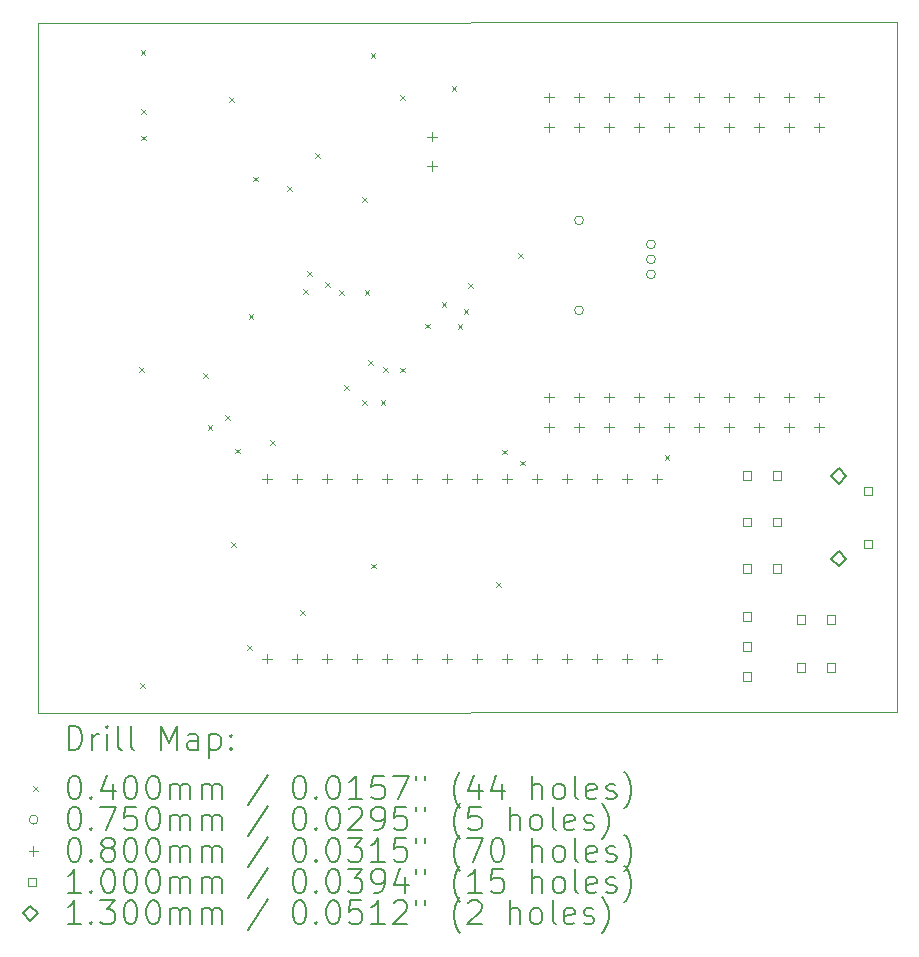
<source format=gbr>
%TF.GenerationSoftware,KiCad,Pcbnew,7.0.10-7.0.10~ubuntu20.04.1*%
%TF.CreationDate,2024-02-18T22:33:08+01:00*%
%TF.ProjectId,ESP32Hardware,45535033-3248-4617-9264-776172652e6b,rev?*%
%TF.SameCoordinates,Original*%
%TF.FileFunction,Drillmap*%
%TF.FilePolarity,Positive*%
%FSLAX45Y45*%
G04 Gerber Fmt 4.5, Leading zero omitted, Abs format (unit mm)*
G04 Created by KiCad (PCBNEW 7.0.10-7.0.10~ubuntu20.04.1) date 2024-02-18 22:33:08*
%MOMM*%
%LPD*%
G01*
G04 APERTURE LIST*
%ADD10C,0.050000*%
%ADD11C,0.200000*%
%ADD12C,0.100000*%
%ADD13C,0.130000*%
G04 APERTURE END LIST*
D10*
X9570000Y-13260000D02*
X9570000Y-13209200D01*
X9570000Y-7418000D02*
X16840200Y-7416800D01*
X16840200Y-13258800D02*
X9570000Y-13260000D01*
X16840200Y-7416800D02*
X16840200Y-13258800D01*
X9570000Y-7418000D02*
X9570000Y-13209200D01*
D11*
D12*
X10426240Y-10332540D02*
X10466240Y-10372540D01*
X10466240Y-10332540D02*
X10426240Y-10372540D01*
X10434310Y-13013550D02*
X10474310Y-13053550D01*
X10474310Y-13013550D02*
X10434310Y-13053550D01*
X10435890Y-7652000D02*
X10475890Y-7692000D01*
X10475890Y-7652000D02*
X10435890Y-7692000D01*
X10437610Y-8374980D02*
X10477610Y-8414980D01*
X10477610Y-8374980D02*
X10437610Y-8414980D01*
X10438130Y-8150520D02*
X10478130Y-8190520D01*
X10478130Y-8150520D02*
X10438130Y-8190520D01*
X10962490Y-10383460D02*
X11002490Y-10423460D01*
X11002490Y-10383460D02*
X10962490Y-10423460D01*
X11003970Y-10828870D02*
X11043970Y-10868870D01*
X11043970Y-10828870D02*
X11003970Y-10868870D01*
X11152300Y-10739700D02*
X11192300Y-10779700D01*
X11192300Y-10739700D02*
X11152300Y-10779700D01*
X11185640Y-8046570D02*
X11225640Y-8086570D01*
X11225640Y-8046570D02*
X11185640Y-8086570D01*
X11205000Y-11814040D02*
X11245000Y-11854040D01*
X11245000Y-11814040D02*
X11205000Y-11854040D01*
X11234550Y-11026160D02*
X11274550Y-11066160D01*
X11274550Y-11026160D02*
X11234550Y-11066160D01*
X11340540Y-12687980D02*
X11380540Y-12727980D01*
X11380540Y-12687980D02*
X11340540Y-12727980D01*
X11350920Y-9885210D02*
X11390920Y-9925210D01*
X11390920Y-9885210D02*
X11350920Y-9925210D01*
X11390900Y-8723060D02*
X11430900Y-8763060D01*
X11430900Y-8723060D02*
X11390900Y-8763060D01*
X11532880Y-10951450D02*
X11572880Y-10991450D01*
X11572880Y-10951450D02*
X11532880Y-10991450D01*
X11678570Y-8804120D02*
X11718570Y-8844120D01*
X11718570Y-8804120D02*
X11678570Y-8844120D01*
X11785640Y-12395350D02*
X11825640Y-12435350D01*
X11825640Y-12395350D02*
X11785640Y-12435350D01*
X11809670Y-9672850D02*
X11849670Y-9712850D01*
X11849670Y-9672850D02*
X11809670Y-9712850D01*
X11845290Y-9520470D02*
X11885290Y-9560470D01*
X11885290Y-9520470D02*
X11845290Y-9560470D01*
X11915610Y-8525920D02*
X11955610Y-8565920D01*
X11955610Y-8525920D02*
X11915610Y-8565920D01*
X12000370Y-9618290D02*
X12040370Y-9658290D01*
X12040370Y-9618290D02*
X12000370Y-9658290D01*
X12118990Y-9681430D02*
X12158990Y-9721430D01*
X12158990Y-9681430D02*
X12118990Y-9721430D01*
X12157150Y-10485690D02*
X12197150Y-10525690D01*
X12197150Y-10485690D02*
X12157150Y-10525690D01*
X12310690Y-10613260D02*
X12350690Y-10653260D01*
X12350690Y-10613260D02*
X12310690Y-10653260D01*
X12313910Y-8898800D02*
X12353910Y-8938800D01*
X12353910Y-8898800D02*
X12313910Y-8938800D01*
X12332630Y-9684350D02*
X12372630Y-9724350D01*
X12372630Y-9684350D02*
X12332630Y-9724350D01*
X12360980Y-10274190D02*
X12400980Y-10314190D01*
X12400980Y-10274190D02*
X12360980Y-10314190D01*
X12383470Y-7674450D02*
X12423470Y-7714450D01*
X12423470Y-7674450D02*
X12383470Y-7714450D01*
X12389680Y-11998200D02*
X12429680Y-12038200D01*
X12429680Y-11998200D02*
X12389680Y-12038200D01*
X12468170Y-10615110D02*
X12508170Y-10655110D01*
X12508170Y-10615110D02*
X12468170Y-10655110D01*
X12487360Y-10337810D02*
X12527360Y-10377810D01*
X12527360Y-10337810D02*
X12487360Y-10377810D01*
X12630990Y-8031800D02*
X12670990Y-8071800D01*
X12670990Y-8031800D02*
X12630990Y-8071800D01*
X12635700Y-10339450D02*
X12675700Y-10379450D01*
X12675700Y-10339450D02*
X12635700Y-10379450D01*
X12845120Y-9967110D02*
X12885120Y-10007110D01*
X12885120Y-9967110D02*
X12845120Y-10007110D01*
X12985550Y-9782520D02*
X13025550Y-9822520D01*
X13025550Y-9782520D02*
X12985550Y-9822520D01*
X13068470Y-7953120D02*
X13108470Y-7993120D01*
X13108470Y-7953120D02*
X13068470Y-7993120D01*
X13120720Y-9968010D02*
X13160720Y-10008010D01*
X13160720Y-9968010D02*
X13120720Y-10008010D01*
X13170400Y-9844910D02*
X13210400Y-9884910D01*
X13210400Y-9844910D02*
X13170400Y-9884910D01*
X13211610Y-9621520D02*
X13251610Y-9661520D01*
X13251610Y-9621520D02*
X13211610Y-9661520D01*
X13444910Y-12157160D02*
X13484910Y-12197160D01*
X13484910Y-12157160D02*
X13444910Y-12197160D01*
X13495830Y-11032980D02*
X13535830Y-11072980D01*
X13535830Y-11032980D02*
X13495830Y-11072980D01*
X13632630Y-9367470D02*
X13672630Y-9407470D01*
X13672630Y-9367470D02*
X13632630Y-9407470D01*
X13646880Y-11127370D02*
X13686880Y-11167370D01*
X13686880Y-11127370D02*
X13646880Y-11167370D01*
X14872930Y-11080670D02*
X14912930Y-11120670D01*
X14912930Y-11080670D02*
X14872930Y-11120670D01*
X14185300Y-9092700D02*
G75*
G03*
X14110300Y-9092700I-37500J0D01*
G01*
X14110300Y-9092700D02*
G75*
G03*
X14185300Y-9092700I37500J0D01*
G01*
X14185300Y-9854700D02*
G75*
G03*
X14110300Y-9854700I-37500J0D01*
G01*
X14110300Y-9854700D02*
G75*
G03*
X14185300Y-9854700I37500J0D01*
G01*
X14794900Y-9296400D02*
G75*
G03*
X14719900Y-9296400I-37500J0D01*
G01*
X14719900Y-9296400D02*
G75*
G03*
X14794900Y-9296400I37500J0D01*
G01*
X14794900Y-9423400D02*
G75*
G03*
X14719900Y-9423400I-37500J0D01*
G01*
X14719900Y-9423400D02*
G75*
G03*
X14794900Y-9423400I37500J0D01*
G01*
X14794900Y-9550400D02*
G75*
G03*
X14719900Y-9550400I-37500J0D01*
G01*
X14719900Y-9550400D02*
G75*
G03*
X14794900Y-9550400I37500J0D01*
G01*
X11507200Y-11238100D02*
X11507200Y-11318100D01*
X11467200Y-11278100D02*
X11547200Y-11278100D01*
X11507200Y-12762100D02*
X11507200Y-12842100D01*
X11467200Y-12802100D02*
X11547200Y-12802100D01*
X11761200Y-11238100D02*
X11761200Y-11318100D01*
X11721200Y-11278100D02*
X11801200Y-11278100D01*
X11761200Y-12762100D02*
X11761200Y-12842100D01*
X11721200Y-12802100D02*
X11801200Y-12802100D01*
X12015200Y-11238100D02*
X12015200Y-11318100D01*
X11975200Y-11278100D02*
X12055200Y-11278100D01*
X12015200Y-12762100D02*
X12015200Y-12842100D01*
X11975200Y-12802100D02*
X12055200Y-12802100D01*
X12269200Y-11238100D02*
X12269200Y-11318100D01*
X12229200Y-11278100D02*
X12309200Y-11278100D01*
X12269200Y-12762100D02*
X12269200Y-12842100D01*
X12229200Y-12802100D02*
X12309200Y-12802100D01*
X12523200Y-11238100D02*
X12523200Y-11318100D01*
X12483200Y-11278100D02*
X12563200Y-11278100D01*
X12523200Y-12762100D02*
X12523200Y-12842100D01*
X12483200Y-12802100D02*
X12563200Y-12802100D01*
X12777200Y-11238100D02*
X12777200Y-11318100D01*
X12737200Y-11278100D02*
X12817200Y-11278100D01*
X12777200Y-12762100D02*
X12777200Y-12842100D01*
X12737200Y-12802100D02*
X12817200Y-12802100D01*
X12903200Y-8344000D02*
X12903200Y-8424000D01*
X12863200Y-8384000D02*
X12943200Y-8384000D01*
X12903200Y-8594000D02*
X12903200Y-8674000D01*
X12863200Y-8634000D02*
X12943200Y-8634000D01*
X13031200Y-11238100D02*
X13031200Y-11318100D01*
X12991200Y-11278100D02*
X13071200Y-11278100D01*
X13031200Y-12762100D02*
X13031200Y-12842100D01*
X12991200Y-12802100D02*
X13071200Y-12802100D01*
X13285200Y-11238100D02*
X13285200Y-11318100D01*
X13245200Y-11278100D02*
X13325200Y-11278100D01*
X13285200Y-12762100D02*
X13285200Y-12842100D01*
X13245200Y-12802100D02*
X13325200Y-12802100D01*
X13539200Y-11238100D02*
X13539200Y-11318100D01*
X13499200Y-11278100D02*
X13579200Y-11278100D01*
X13539200Y-12762100D02*
X13539200Y-12842100D01*
X13499200Y-12802100D02*
X13579200Y-12802100D01*
X13793200Y-11238100D02*
X13793200Y-11318100D01*
X13753200Y-11278100D02*
X13833200Y-11278100D01*
X13793200Y-12762100D02*
X13793200Y-12842100D01*
X13753200Y-12802100D02*
X13833200Y-12802100D01*
X13893800Y-8011800D02*
X13893800Y-8091800D01*
X13853800Y-8051800D02*
X13933800Y-8051800D01*
X13893800Y-8265800D02*
X13893800Y-8345800D01*
X13853800Y-8305800D02*
X13933800Y-8305800D01*
X13893800Y-10551800D02*
X13893800Y-10631800D01*
X13853800Y-10591800D02*
X13933800Y-10591800D01*
X13893800Y-10805800D02*
X13893800Y-10885800D01*
X13853800Y-10845800D02*
X13933800Y-10845800D01*
X14047200Y-11238100D02*
X14047200Y-11318100D01*
X14007200Y-11278100D02*
X14087200Y-11278100D01*
X14047200Y-12762100D02*
X14047200Y-12842100D01*
X14007200Y-12802100D02*
X14087200Y-12802100D01*
X14147800Y-8011800D02*
X14147800Y-8091800D01*
X14107800Y-8051800D02*
X14187800Y-8051800D01*
X14147800Y-8265800D02*
X14147800Y-8345800D01*
X14107800Y-8305800D02*
X14187800Y-8305800D01*
X14147800Y-10551800D02*
X14147800Y-10631800D01*
X14107800Y-10591800D02*
X14187800Y-10591800D01*
X14147800Y-10805800D02*
X14147800Y-10885800D01*
X14107800Y-10845800D02*
X14187800Y-10845800D01*
X14301200Y-11238100D02*
X14301200Y-11318100D01*
X14261200Y-11278100D02*
X14341200Y-11278100D01*
X14301200Y-12762100D02*
X14301200Y-12842100D01*
X14261200Y-12802100D02*
X14341200Y-12802100D01*
X14401800Y-8011800D02*
X14401800Y-8091800D01*
X14361800Y-8051800D02*
X14441800Y-8051800D01*
X14401800Y-8265800D02*
X14401800Y-8345800D01*
X14361800Y-8305800D02*
X14441800Y-8305800D01*
X14401800Y-10551800D02*
X14401800Y-10631800D01*
X14361800Y-10591800D02*
X14441800Y-10591800D01*
X14401800Y-10805800D02*
X14401800Y-10885800D01*
X14361800Y-10845800D02*
X14441800Y-10845800D01*
X14555200Y-11238100D02*
X14555200Y-11318100D01*
X14515200Y-11278100D02*
X14595200Y-11278100D01*
X14555200Y-12762100D02*
X14555200Y-12842100D01*
X14515200Y-12802100D02*
X14595200Y-12802100D01*
X14655800Y-8011800D02*
X14655800Y-8091800D01*
X14615800Y-8051800D02*
X14695800Y-8051800D01*
X14655800Y-8265800D02*
X14655800Y-8345800D01*
X14615800Y-8305800D02*
X14695800Y-8305800D01*
X14655800Y-10551800D02*
X14655800Y-10631800D01*
X14615800Y-10591800D02*
X14695800Y-10591800D01*
X14655800Y-10805800D02*
X14655800Y-10885800D01*
X14615800Y-10845800D02*
X14695800Y-10845800D01*
X14809200Y-11238100D02*
X14809200Y-11318100D01*
X14769200Y-11278100D02*
X14849200Y-11278100D01*
X14809200Y-12762100D02*
X14809200Y-12842100D01*
X14769200Y-12802100D02*
X14849200Y-12802100D01*
X14909800Y-8011800D02*
X14909800Y-8091800D01*
X14869800Y-8051800D02*
X14949800Y-8051800D01*
X14909800Y-8265800D02*
X14909800Y-8345800D01*
X14869800Y-8305800D02*
X14949800Y-8305800D01*
X14909800Y-10551800D02*
X14909800Y-10631800D01*
X14869800Y-10591800D02*
X14949800Y-10591800D01*
X14909800Y-10805800D02*
X14909800Y-10885800D01*
X14869800Y-10845800D02*
X14949800Y-10845800D01*
X15163800Y-8011800D02*
X15163800Y-8091800D01*
X15123800Y-8051800D02*
X15203800Y-8051800D01*
X15163800Y-8265800D02*
X15163800Y-8345800D01*
X15123800Y-8305800D02*
X15203800Y-8305800D01*
X15163800Y-10551800D02*
X15163800Y-10631800D01*
X15123800Y-10591800D02*
X15203800Y-10591800D01*
X15163800Y-10805800D02*
X15163800Y-10885800D01*
X15123800Y-10845800D02*
X15203800Y-10845800D01*
X15417800Y-8011800D02*
X15417800Y-8091800D01*
X15377800Y-8051800D02*
X15457800Y-8051800D01*
X15417800Y-8265800D02*
X15417800Y-8345800D01*
X15377800Y-8305800D02*
X15457800Y-8305800D01*
X15417800Y-10551800D02*
X15417800Y-10631800D01*
X15377800Y-10591800D02*
X15457800Y-10591800D01*
X15417800Y-10805800D02*
X15417800Y-10885800D01*
X15377800Y-10845800D02*
X15457800Y-10845800D01*
X15671800Y-8011800D02*
X15671800Y-8091800D01*
X15631800Y-8051800D02*
X15711800Y-8051800D01*
X15671800Y-8265800D02*
X15671800Y-8345800D01*
X15631800Y-8305800D02*
X15711800Y-8305800D01*
X15671800Y-10551800D02*
X15671800Y-10631800D01*
X15631800Y-10591800D02*
X15711800Y-10591800D01*
X15671800Y-10805800D02*
X15671800Y-10885800D01*
X15631800Y-10845800D02*
X15711800Y-10845800D01*
X15925800Y-8011800D02*
X15925800Y-8091800D01*
X15885800Y-8051800D02*
X15965800Y-8051800D01*
X15925800Y-8265800D02*
X15925800Y-8345800D01*
X15885800Y-8305800D02*
X15965800Y-8305800D01*
X15925800Y-10551800D02*
X15925800Y-10631800D01*
X15885800Y-10591800D02*
X15965800Y-10591800D01*
X15925800Y-10805800D02*
X15925800Y-10885800D01*
X15885800Y-10845800D02*
X15965800Y-10845800D01*
X16179800Y-8011800D02*
X16179800Y-8091800D01*
X16139800Y-8051800D02*
X16219800Y-8051800D01*
X16179800Y-8265800D02*
X16179800Y-8345800D01*
X16139800Y-8305800D02*
X16219800Y-8305800D01*
X16179800Y-10551800D02*
X16179800Y-10631800D01*
X16139800Y-10591800D02*
X16219800Y-10591800D01*
X16179800Y-10805800D02*
X16179800Y-10885800D01*
X16139800Y-10845800D02*
X16219800Y-10845800D01*
X15605056Y-11287556D02*
X15605056Y-11216844D01*
X15534344Y-11216844D01*
X15534344Y-11287556D01*
X15605056Y-11287556D01*
X15605556Y-11681256D02*
X15605556Y-11610544D01*
X15534844Y-11610544D01*
X15534844Y-11681256D01*
X15605556Y-11681256D01*
X15605556Y-12074956D02*
X15605556Y-12004244D01*
X15534844Y-12004244D01*
X15534844Y-12074956D01*
X15605556Y-12074956D01*
X15605556Y-12481356D02*
X15605556Y-12410644D01*
X15534844Y-12410644D01*
X15534844Y-12481356D01*
X15605556Y-12481356D01*
X15605556Y-12735356D02*
X15605556Y-12664644D01*
X15534844Y-12664644D01*
X15534844Y-12735356D01*
X15605556Y-12735356D01*
X15605556Y-12989356D02*
X15605556Y-12918644D01*
X15534844Y-12918644D01*
X15534844Y-12989356D01*
X15605556Y-12989356D01*
X15859056Y-11287556D02*
X15859056Y-11216844D01*
X15788344Y-11216844D01*
X15788344Y-11287556D01*
X15859056Y-11287556D01*
X15859556Y-11681256D02*
X15859556Y-11610544D01*
X15788844Y-11610544D01*
X15788844Y-11681256D01*
X15859556Y-11681256D01*
X15859556Y-12074956D02*
X15859556Y-12004244D01*
X15788844Y-12004244D01*
X15788844Y-12074956D01*
X15859556Y-12074956D01*
X16062256Y-12506756D02*
X16062256Y-12436044D01*
X15991544Y-12436044D01*
X15991544Y-12506756D01*
X16062256Y-12506756D01*
X16062756Y-12913156D02*
X16062756Y-12842444D01*
X15992044Y-12842444D01*
X15992044Y-12913156D01*
X16062756Y-12913156D01*
X16316256Y-12506756D02*
X16316256Y-12436044D01*
X16245544Y-12436044D01*
X16245544Y-12506756D01*
X16316256Y-12506756D01*
X16316756Y-12913156D02*
X16316756Y-12842444D01*
X16246044Y-12842444D01*
X16246044Y-12913156D01*
X16316756Y-12913156D01*
X16630856Y-11418156D02*
X16630856Y-11347444D01*
X16560144Y-11347444D01*
X16560144Y-11418156D01*
X16630856Y-11418156D01*
X16630856Y-11868156D02*
X16630856Y-11797444D01*
X16560144Y-11797444D01*
X16560144Y-11868156D01*
X16630856Y-11868156D01*
D13*
X16345500Y-11322800D02*
X16410500Y-11257800D01*
X16345500Y-11192800D01*
X16280500Y-11257800D01*
X16345500Y-11322800D01*
X16345500Y-12022800D02*
X16410500Y-11957800D01*
X16345500Y-11892800D01*
X16280500Y-11957800D01*
X16345500Y-12022800D01*
D11*
X9828277Y-13573984D02*
X9828277Y-13373984D01*
X9828277Y-13373984D02*
X9875896Y-13373984D01*
X9875896Y-13373984D02*
X9904467Y-13383508D01*
X9904467Y-13383508D02*
X9923515Y-13402555D01*
X9923515Y-13402555D02*
X9933039Y-13421603D01*
X9933039Y-13421603D02*
X9942563Y-13459698D01*
X9942563Y-13459698D02*
X9942563Y-13488269D01*
X9942563Y-13488269D02*
X9933039Y-13526365D01*
X9933039Y-13526365D02*
X9923515Y-13545412D01*
X9923515Y-13545412D02*
X9904467Y-13564460D01*
X9904467Y-13564460D02*
X9875896Y-13573984D01*
X9875896Y-13573984D02*
X9828277Y-13573984D01*
X10028277Y-13573984D02*
X10028277Y-13440650D01*
X10028277Y-13478746D02*
X10037801Y-13459698D01*
X10037801Y-13459698D02*
X10047324Y-13450174D01*
X10047324Y-13450174D02*
X10066372Y-13440650D01*
X10066372Y-13440650D02*
X10085420Y-13440650D01*
X10152086Y-13573984D02*
X10152086Y-13440650D01*
X10152086Y-13373984D02*
X10142563Y-13383508D01*
X10142563Y-13383508D02*
X10152086Y-13393031D01*
X10152086Y-13393031D02*
X10161610Y-13383508D01*
X10161610Y-13383508D02*
X10152086Y-13373984D01*
X10152086Y-13373984D02*
X10152086Y-13393031D01*
X10275896Y-13573984D02*
X10256848Y-13564460D01*
X10256848Y-13564460D02*
X10247324Y-13545412D01*
X10247324Y-13545412D02*
X10247324Y-13373984D01*
X10380658Y-13573984D02*
X10361610Y-13564460D01*
X10361610Y-13564460D02*
X10352086Y-13545412D01*
X10352086Y-13545412D02*
X10352086Y-13373984D01*
X10609229Y-13573984D02*
X10609229Y-13373984D01*
X10609229Y-13373984D02*
X10675896Y-13516841D01*
X10675896Y-13516841D02*
X10742563Y-13373984D01*
X10742563Y-13373984D02*
X10742563Y-13573984D01*
X10923515Y-13573984D02*
X10923515Y-13469222D01*
X10923515Y-13469222D02*
X10913991Y-13450174D01*
X10913991Y-13450174D02*
X10894944Y-13440650D01*
X10894944Y-13440650D02*
X10856848Y-13440650D01*
X10856848Y-13440650D02*
X10837801Y-13450174D01*
X10923515Y-13564460D02*
X10904467Y-13573984D01*
X10904467Y-13573984D02*
X10856848Y-13573984D01*
X10856848Y-13573984D02*
X10837801Y-13564460D01*
X10837801Y-13564460D02*
X10828277Y-13545412D01*
X10828277Y-13545412D02*
X10828277Y-13526365D01*
X10828277Y-13526365D02*
X10837801Y-13507317D01*
X10837801Y-13507317D02*
X10856848Y-13497793D01*
X10856848Y-13497793D02*
X10904467Y-13497793D01*
X10904467Y-13497793D02*
X10923515Y-13488269D01*
X11018753Y-13440650D02*
X11018753Y-13640650D01*
X11018753Y-13450174D02*
X11037801Y-13440650D01*
X11037801Y-13440650D02*
X11075896Y-13440650D01*
X11075896Y-13440650D02*
X11094944Y-13450174D01*
X11094944Y-13450174D02*
X11104467Y-13459698D01*
X11104467Y-13459698D02*
X11113991Y-13478746D01*
X11113991Y-13478746D02*
X11113991Y-13535888D01*
X11113991Y-13535888D02*
X11104467Y-13554936D01*
X11104467Y-13554936D02*
X11094944Y-13564460D01*
X11094944Y-13564460D02*
X11075896Y-13573984D01*
X11075896Y-13573984D02*
X11037801Y-13573984D01*
X11037801Y-13573984D02*
X11018753Y-13564460D01*
X11199705Y-13554936D02*
X11209229Y-13564460D01*
X11209229Y-13564460D02*
X11199705Y-13573984D01*
X11199705Y-13573984D02*
X11190182Y-13564460D01*
X11190182Y-13564460D02*
X11199705Y-13554936D01*
X11199705Y-13554936D02*
X11199705Y-13573984D01*
X11199705Y-13450174D02*
X11209229Y-13459698D01*
X11209229Y-13459698D02*
X11199705Y-13469222D01*
X11199705Y-13469222D02*
X11190182Y-13459698D01*
X11190182Y-13459698D02*
X11199705Y-13450174D01*
X11199705Y-13450174D02*
X11199705Y-13469222D01*
D12*
X9527500Y-13882500D02*
X9567500Y-13922500D01*
X9567500Y-13882500D02*
X9527500Y-13922500D01*
D11*
X9866372Y-13793984D02*
X9885420Y-13793984D01*
X9885420Y-13793984D02*
X9904467Y-13803508D01*
X9904467Y-13803508D02*
X9913991Y-13813031D01*
X9913991Y-13813031D02*
X9923515Y-13832079D01*
X9923515Y-13832079D02*
X9933039Y-13870174D01*
X9933039Y-13870174D02*
X9933039Y-13917793D01*
X9933039Y-13917793D02*
X9923515Y-13955888D01*
X9923515Y-13955888D02*
X9913991Y-13974936D01*
X9913991Y-13974936D02*
X9904467Y-13984460D01*
X9904467Y-13984460D02*
X9885420Y-13993984D01*
X9885420Y-13993984D02*
X9866372Y-13993984D01*
X9866372Y-13993984D02*
X9847324Y-13984460D01*
X9847324Y-13984460D02*
X9837801Y-13974936D01*
X9837801Y-13974936D02*
X9828277Y-13955888D01*
X9828277Y-13955888D02*
X9818753Y-13917793D01*
X9818753Y-13917793D02*
X9818753Y-13870174D01*
X9818753Y-13870174D02*
X9828277Y-13832079D01*
X9828277Y-13832079D02*
X9837801Y-13813031D01*
X9837801Y-13813031D02*
X9847324Y-13803508D01*
X9847324Y-13803508D02*
X9866372Y-13793984D01*
X10018753Y-13974936D02*
X10028277Y-13984460D01*
X10028277Y-13984460D02*
X10018753Y-13993984D01*
X10018753Y-13993984D02*
X10009229Y-13984460D01*
X10009229Y-13984460D02*
X10018753Y-13974936D01*
X10018753Y-13974936D02*
X10018753Y-13993984D01*
X10199705Y-13860650D02*
X10199705Y-13993984D01*
X10152086Y-13784460D02*
X10104467Y-13927317D01*
X10104467Y-13927317D02*
X10228277Y-13927317D01*
X10342563Y-13793984D02*
X10361610Y-13793984D01*
X10361610Y-13793984D02*
X10380658Y-13803508D01*
X10380658Y-13803508D02*
X10390182Y-13813031D01*
X10390182Y-13813031D02*
X10399705Y-13832079D01*
X10399705Y-13832079D02*
X10409229Y-13870174D01*
X10409229Y-13870174D02*
X10409229Y-13917793D01*
X10409229Y-13917793D02*
X10399705Y-13955888D01*
X10399705Y-13955888D02*
X10390182Y-13974936D01*
X10390182Y-13974936D02*
X10380658Y-13984460D01*
X10380658Y-13984460D02*
X10361610Y-13993984D01*
X10361610Y-13993984D02*
X10342563Y-13993984D01*
X10342563Y-13993984D02*
X10323515Y-13984460D01*
X10323515Y-13984460D02*
X10313991Y-13974936D01*
X10313991Y-13974936D02*
X10304467Y-13955888D01*
X10304467Y-13955888D02*
X10294944Y-13917793D01*
X10294944Y-13917793D02*
X10294944Y-13870174D01*
X10294944Y-13870174D02*
X10304467Y-13832079D01*
X10304467Y-13832079D02*
X10313991Y-13813031D01*
X10313991Y-13813031D02*
X10323515Y-13803508D01*
X10323515Y-13803508D02*
X10342563Y-13793984D01*
X10533039Y-13793984D02*
X10552086Y-13793984D01*
X10552086Y-13793984D02*
X10571134Y-13803508D01*
X10571134Y-13803508D02*
X10580658Y-13813031D01*
X10580658Y-13813031D02*
X10590182Y-13832079D01*
X10590182Y-13832079D02*
X10599705Y-13870174D01*
X10599705Y-13870174D02*
X10599705Y-13917793D01*
X10599705Y-13917793D02*
X10590182Y-13955888D01*
X10590182Y-13955888D02*
X10580658Y-13974936D01*
X10580658Y-13974936D02*
X10571134Y-13984460D01*
X10571134Y-13984460D02*
X10552086Y-13993984D01*
X10552086Y-13993984D02*
X10533039Y-13993984D01*
X10533039Y-13993984D02*
X10513991Y-13984460D01*
X10513991Y-13984460D02*
X10504467Y-13974936D01*
X10504467Y-13974936D02*
X10494944Y-13955888D01*
X10494944Y-13955888D02*
X10485420Y-13917793D01*
X10485420Y-13917793D02*
X10485420Y-13870174D01*
X10485420Y-13870174D02*
X10494944Y-13832079D01*
X10494944Y-13832079D02*
X10504467Y-13813031D01*
X10504467Y-13813031D02*
X10513991Y-13803508D01*
X10513991Y-13803508D02*
X10533039Y-13793984D01*
X10685420Y-13993984D02*
X10685420Y-13860650D01*
X10685420Y-13879698D02*
X10694944Y-13870174D01*
X10694944Y-13870174D02*
X10713991Y-13860650D01*
X10713991Y-13860650D02*
X10742563Y-13860650D01*
X10742563Y-13860650D02*
X10761610Y-13870174D01*
X10761610Y-13870174D02*
X10771134Y-13889222D01*
X10771134Y-13889222D02*
X10771134Y-13993984D01*
X10771134Y-13889222D02*
X10780658Y-13870174D01*
X10780658Y-13870174D02*
X10799705Y-13860650D01*
X10799705Y-13860650D02*
X10828277Y-13860650D01*
X10828277Y-13860650D02*
X10847325Y-13870174D01*
X10847325Y-13870174D02*
X10856848Y-13889222D01*
X10856848Y-13889222D02*
X10856848Y-13993984D01*
X10952086Y-13993984D02*
X10952086Y-13860650D01*
X10952086Y-13879698D02*
X10961610Y-13870174D01*
X10961610Y-13870174D02*
X10980658Y-13860650D01*
X10980658Y-13860650D02*
X11009229Y-13860650D01*
X11009229Y-13860650D02*
X11028277Y-13870174D01*
X11028277Y-13870174D02*
X11037801Y-13889222D01*
X11037801Y-13889222D02*
X11037801Y-13993984D01*
X11037801Y-13889222D02*
X11047325Y-13870174D01*
X11047325Y-13870174D02*
X11066372Y-13860650D01*
X11066372Y-13860650D02*
X11094944Y-13860650D01*
X11094944Y-13860650D02*
X11113991Y-13870174D01*
X11113991Y-13870174D02*
X11123515Y-13889222D01*
X11123515Y-13889222D02*
X11123515Y-13993984D01*
X11513991Y-13784460D02*
X11342563Y-14041603D01*
X11771134Y-13793984D02*
X11790182Y-13793984D01*
X11790182Y-13793984D02*
X11809229Y-13803508D01*
X11809229Y-13803508D02*
X11818753Y-13813031D01*
X11818753Y-13813031D02*
X11828277Y-13832079D01*
X11828277Y-13832079D02*
X11837801Y-13870174D01*
X11837801Y-13870174D02*
X11837801Y-13917793D01*
X11837801Y-13917793D02*
X11828277Y-13955888D01*
X11828277Y-13955888D02*
X11818753Y-13974936D01*
X11818753Y-13974936D02*
X11809229Y-13984460D01*
X11809229Y-13984460D02*
X11790182Y-13993984D01*
X11790182Y-13993984D02*
X11771134Y-13993984D01*
X11771134Y-13993984D02*
X11752086Y-13984460D01*
X11752086Y-13984460D02*
X11742563Y-13974936D01*
X11742563Y-13974936D02*
X11733039Y-13955888D01*
X11733039Y-13955888D02*
X11723515Y-13917793D01*
X11723515Y-13917793D02*
X11723515Y-13870174D01*
X11723515Y-13870174D02*
X11733039Y-13832079D01*
X11733039Y-13832079D02*
X11742563Y-13813031D01*
X11742563Y-13813031D02*
X11752086Y-13803508D01*
X11752086Y-13803508D02*
X11771134Y-13793984D01*
X11923515Y-13974936D02*
X11933039Y-13984460D01*
X11933039Y-13984460D02*
X11923515Y-13993984D01*
X11923515Y-13993984D02*
X11913991Y-13984460D01*
X11913991Y-13984460D02*
X11923515Y-13974936D01*
X11923515Y-13974936D02*
X11923515Y-13993984D01*
X12056848Y-13793984D02*
X12075896Y-13793984D01*
X12075896Y-13793984D02*
X12094944Y-13803508D01*
X12094944Y-13803508D02*
X12104467Y-13813031D01*
X12104467Y-13813031D02*
X12113991Y-13832079D01*
X12113991Y-13832079D02*
X12123515Y-13870174D01*
X12123515Y-13870174D02*
X12123515Y-13917793D01*
X12123515Y-13917793D02*
X12113991Y-13955888D01*
X12113991Y-13955888D02*
X12104467Y-13974936D01*
X12104467Y-13974936D02*
X12094944Y-13984460D01*
X12094944Y-13984460D02*
X12075896Y-13993984D01*
X12075896Y-13993984D02*
X12056848Y-13993984D01*
X12056848Y-13993984D02*
X12037801Y-13984460D01*
X12037801Y-13984460D02*
X12028277Y-13974936D01*
X12028277Y-13974936D02*
X12018753Y-13955888D01*
X12018753Y-13955888D02*
X12009229Y-13917793D01*
X12009229Y-13917793D02*
X12009229Y-13870174D01*
X12009229Y-13870174D02*
X12018753Y-13832079D01*
X12018753Y-13832079D02*
X12028277Y-13813031D01*
X12028277Y-13813031D02*
X12037801Y-13803508D01*
X12037801Y-13803508D02*
X12056848Y-13793984D01*
X12313991Y-13993984D02*
X12199706Y-13993984D01*
X12256848Y-13993984D02*
X12256848Y-13793984D01*
X12256848Y-13793984D02*
X12237801Y-13822555D01*
X12237801Y-13822555D02*
X12218753Y-13841603D01*
X12218753Y-13841603D02*
X12199706Y-13851127D01*
X12494944Y-13793984D02*
X12399706Y-13793984D01*
X12399706Y-13793984D02*
X12390182Y-13889222D01*
X12390182Y-13889222D02*
X12399706Y-13879698D01*
X12399706Y-13879698D02*
X12418753Y-13870174D01*
X12418753Y-13870174D02*
X12466372Y-13870174D01*
X12466372Y-13870174D02*
X12485420Y-13879698D01*
X12485420Y-13879698D02*
X12494944Y-13889222D01*
X12494944Y-13889222D02*
X12504467Y-13908269D01*
X12504467Y-13908269D02*
X12504467Y-13955888D01*
X12504467Y-13955888D02*
X12494944Y-13974936D01*
X12494944Y-13974936D02*
X12485420Y-13984460D01*
X12485420Y-13984460D02*
X12466372Y-13993984D01*
X12466372Y-13993984D02*
X12418753Y-13993984D01*
X12418753Y-13993984D02*
X12399706Y-13984460D01*
X12399706Y-13984460D02*
X12390182Y-13974936D01*
X12571134Y-13793984D02*
X12704467Y-13793984D01*
X12704467Y-13793984D02*
X12618753Y-13993984D01*
X12771134Y-13793984D02*
X12771134Y-13832079D01*
X12847325Y-13793984D02*
X12847325Y-13832079D01*
X13142563Y-14070174D02*
X13133039Y-14060650D01*
X13133039Y-14060650D02*
X13113991Y-14032079D01*
X13113991Y-14032079D02*
X13104468Y-14013031D01*
X13104468Y-14013031D02*
X13094944Y-13984460D01*
X13094944Y-13984460D02*
X13085420Y-13936841D01*
X13085420Y-13936841D02*
X13085420Y-13898746D01*
X13085420Y-13898746D02*
X13094944Y-13851127D01*
X13094944Y-13851127D02*
X13104468Y-13822555D01*
X13104468Y-13822555D02*
X13113991Y-13803508D01*
X13113991Y-13803508D02*
X13133039Y-13774936D01*
X13133039Y-13774936D02*
X13142563Y-13765412D01*
X13304468Y-13860650D02*
X13304468Y-13993984D01*
X13256848Y-13784460D02*
X13209229Y-13927317D01*
X13209229Y-13927317D02*
X13333039Y-13927317D01*
X13494944Y-13860650D02*
X13494944Y-13993984D01*
X13447325Y-13784460D02*
X13399706Y-13927317D01*
X13399706Y-13927317D02*
X13523515Y-13927317D01*
X13752087Y-13993984D02*
X13752087Y-13793984D01*
X13837801Y-13993984D02*
X13837801Y-13889222D01*
X13837801Y-13889222D02*
X13828277Y-13870174D01*
X13828277Y-13870174D02*
X13809230Y-13860650D01*
X13809230Y-13860650D02*
X13780658Y-13860650D01*
X13780658Y-13860650D02*
X13761610Y-13870174D01*
X13761610Y-13870174D02*
X13752087Y-13879698D01*
X13961610Y-13993984D02*
X13942563Y-13984460D01*
X13942563Y-13984460D02*
X13933039Y-13974936D01*
X13933039Y-13974936D02*
X13923515Y-13955888D01*
X13923515Y-13955888D02*
X13923515Y-13898746D01*
X13923515Y-13898746D02*
X13933039Y-13879698D01*
X13933039Y-13879698D02*
X13942563Y-13870174D01*
X13942563Y-13870174D02*
X13961610Y-13860650D01*
X13961610Y-13860650D02*
X13990182Y-13860650D01*
X13990182Y-13860650D02*
X14009230Y-13870174D01*
X14009230Y-13870174D02*
X14018753Y-13879698D01*
X14018753Y-13879698D02*
X14028277Y-13898746D01*
X14028277Y-13898746D02*
X14028277Y-13955888D01*
X14028277Y-13955888D02*
X14018753Y-13974936D01*
X14018753Y-13974936D02*
X14009230Y-13984460D01*
X14009230Y-13984460D02*
X13990182Y-13993984D01*
X13990182Y-13993984D02*
X13961610Y-13993984D01*
X14142563Y-13993984D02*
X14123515Y-13984460D01*
X14123515Y-13984460D02*
X14113991Y-13965412D01*
X14113991Y-13965412D02*
X14113991Y-13793984D01*
X14294944Y-13984460D02*
X14275896Y-13993984D01*
X14275896Y-13993984D02*
X14237801Y-13993984D01*
X14237801Y-13993984D02*
X14218753Y-13984460D01*
X14218753Y-13984460D02*
X14209230Y-13965412D01*
X14209230Y-13965412D02*
X14209230Y-13889222D01*
X14209230Y-13889222D02*
X14218753Y-13870174D01*
X14218753Y-13870174D02*
X14237801Y-13860650D01*
X14237801Y-13860650D02*
X14275896Y-13860650D01*
X14275896Y-13860650D02*
X14294944Y-13870174D01*
X14294944Y-13870174D02*
X14304468Y-13889222D01*
X14304468Y-13889222D02*
X14304468Y-13908269D01*
X14304468Y-13908269D02*
X14209230Y-13927317D01*
X14380658Y-13984460D02*
X14399706Y-13993984D01*
X14399706Y-13993984D02*
X14437801Y-13993984D01*
X14437801Y-13993984D02*
X14456849Y-13984460D01*
X14456849Y-13984460D02*
X14466372Y-13965412D01*
X14466372Y-13965412D02*
X14466372Y-13955888D01*
X14466372Y-13955888D02*
X14456849Y-13936841D01*
X14456849Y-13936841D02*
X14437801Y-13927317D01*
X14437801Y-13927317D02*
X14409230Y-13927317D01*
X14409230Y-13927317D02*
X14390182Y-13917793D01*
X14390182Y-13917793D02*
X14380658Y-13898746D01*
X14380658Y-13898746D02*
X14380658Y-13889222D01*
X14380658Y-13889222D02*
X14390182Y-13870174D01*
X14390182Y-13870174D02*
X14409230Y-13860650D01*
X14409230Y-13860650D02*
X14437801Y-13860650D01*
X14437801Y-13860650D02*
X14456849Y-13870174D01*
X14533039Y-14070174D02*
X14542563Y-14060650D01*
X14542563Y-14060650D02*
X14561611Y-14032079D01*
X14561611Y-14032079D02*
X14571134Y-14013031D01*
X14571134Y-14013031D02*
X14580658Y-13984460D01*
X14580658Y-13984460D02*
X14590182Y-13936841D01*
X14590182Y-13936841D02*
X14590182Y-13898746D01*
X14590182Y-13898746D02*
X14580658Y-13851127D01*
X14580658Y-13851127D02*
X14571134Y-13822555D01*
X14571134Y-13822555D02*
X14561611Y-13803508D01*
X14561611Y-13803508D02*
X14542563Y-13774936D01*
X14542563Y-13774936D02*
X14533039Y-13765412D01*
D12*
X9567500Y-14166500D02*
G75*
G03*
X9492500Y-14166500I-37500J0D01*
G01*
X9492500Y-14166500D02*
G75*
G03*
X9567500Y-14166500I37500J0D01*
G01*
D11*
X9866372Y-14057984D02*
X9885420Y-14057984D01*
X9885420Y-14057984D02*
X9904467Y-14067508D01*
X9904467Y-14067508D02*
X9913991Y-14077031D01*
X9913991Y-14077031D02*
X9923515Y-14096079D01*
X9923515Y-14096079D02*
X9933039Y-14134174D01*
X9933039Y-14134174D02*
X9933039Y-14181793D01*
X9933039Y-14181793D02*
X9923515Y-14219888D01*
X9923515Y-14219888D02*
X9913991Y-14238936D01*
X9913991Y-14238936D02*
X9904467Y-14248460D01*
X9904467Y-14248460D02*
X9885420Y-14257984D01*
X9885420Y-14257984D02*
X9866372Y-14257984D01*
X9866372Y-14257984D02*
X9847324Y-14248460D01*
X9847324Y-14248460D02*
X9837801Y-14238936D01*
X9837801Y-14238936D02*
X9828277Y-14219888D01*
X9828277Y-14219888D02*
X9818753Y-14181793D01*
X9818753Y-14181793D02*
X9818753Y-14134174D01*
X9818753Y-14134174D02*
X9828277Y-14096079D01*
X9828277Y-14096079D02*
X9837801Y-14077031D01*
X9837801Y-14077031D02*
X9847324Y-14067508D01*
X9847324Y-14067508D02*
X9866372Y-14057984D01*
X10018753Y-14238936D02*
X10028277Y-14248460D01*
X10028277Y-14248460D02*
X10018753Y-14257984D01*
X10018753Y-14257984D02*
X10009229Y-14248460D01*
X10009229Y-14248460D02*
X10018753Y-14238936D01*
X10018753Y-14238936D02*
X10018753Y-14257984D01*
X10094944Y-14057984D02*
X10228277Y-14057984D01*
X10228277Y-14057984D02*
X10142563Y-14257984D01*
X10399705Y-14057984D02*
X10304467Y-14057984D01*
X10304467Y-14057984D02*
X10294944Y-14153222D01*
X10294944Y-14153222D02*
X10304467Y-14143698D01*
X10304467Y-14143698D02*
X10323515Y-14134174D01*
X10323515Y-14134174D02*
X10371134Y-14134174D01*
X10371134Y-14134174D02*
X10390182Y-14143698D01*
X10390182Y-14143698D02*
X10399705Y-14153222D01*
X10399705Y-14153222D02*
X10409229Y-14172269D01*
X10409229Y-14172269D02*
X10409229Y-14219888D01*
X10409229Y-14219888D02*
X10399705Y-14238936D01*
X10399705Y-14238936D02*
X10390182Y-14248460D01*
X10390182Y-14248460D02*
X10371134Y-14257984D01*
X10371134Y-14257984D02*
X10323515Y-14257984D01*
X10323515Y-14257984D02*
X10304467Y-14248460D01*
X10304467Y-14248460D02*
X10294944Y-14238936D01*
X10533039Y-14057984D02*
X10552086Y-14057984D01*
X10552086Y-14057984D02*
X10571134Y-14067508D01*
X10571134Y-14067508D02*
X10580658Y-14077031D01*
X10580658Y-14077031D02*
X10590182Y-14096079D01*
X10590182Y-14096079D02*
X10599705Y-14134174D01*
X10599705Y-14134174D02*
X10599705Y-14181793D01*
X10599705Y-14181793D02*
X10590182Y-14219888D01*
X10590182Y-14219888D02*
X10580658Y-14238936D01*
X10580658Y-14238936D02*
X10571134Y-14248460D01*
X10571134Y-14248460D02*
X10552086Y-14257984D01*
X10552086Y-14257984D02*
X10533039Y-14257984D01*
X10533039Y-14257984D02*
X10513991Y-14248460D01*
X10513991Y-14248460D02*
X10504467Y-14238936D01*
X10504467Y-14238936D02*
X10494944Y-14219888D01*
X10494944Y-14219888D02*
X10485420Y-14181793D01*
X10485420Y-14181793D02*
X10485420Y-14134174D01*
X10485420Y-14134174D02*
X10494944Y-14096079D01*
X10494944Y-14096079D02*
X10504467Y-14077031D01*
X10504467Y-14077031D02*
X10513991Y-14067508D01*
X10513991Y-14067508D02*
X10533039Y-14057984D01*
X10685420Y-14257984D02*
X10685420Y-14124650D01*
X10685420Y-14143698D02*
X10694944Y-14134174D01*
X10694944Y-14134174D02*
X10713991Y-14124650D01*
X10713991Y-14124650D02*
X10742563Y-14124650D01*
X10742563Y-14124650D02*
X10761610Y-14134174D01*
X10761610Y-14134174D02*
X10771134Y-14153222D01*
X10771134Y-14153222D02*
X10771134Y-14257984D01*
X10771134Y-14153222D02*
X10780658Y-14134174D01*
X10780658Y-14134174D02*
X10799705Y-14124650D01*
X10799705Y-14124650D02*
X10828277Y-14124650D01*
X10828277Y-14124650D02*
X10847325Y-14134174D01*
X10847325Y-14134174D02*
X10856848Y-14153222D01*
X10856848Y-14153222D02*
X10856848Y-14257984D01*
X10952086Y-14257984D02*
X10952086Y-14124650D01*
X10952086Y-14143698D02*
X10961610Y-14134174D01*
X10961610Y-14134174D02*
X10980658Y-14124650D01*
X10980658Y-14124650D02*
X11009229Y-14124650D01*
X11009229Y-14124650D02*
X11028277Y-14134174D01*
X11028277Y-14134174D02*
X11037801Y-14153222D01*
X11037801Y-14153222D02*
X11037801Y-14257984D01*
X11037801Y-14153222D02*
X11047325Y-14134174D01*
X11047325Y-14134174D02*
X11066372Y-14124650D01*
X11066372Y-14124650D02*
X11094944Y-14124650D01*
X11094944Y-14124650D02*
X11113991Y-14134174D01*
X11113991Y-14134174D02*
X11123515Y-14153222D01*
X11123515Y-14153222D02*
X11123515Y-14257984D01*
X11513991Y-14048460D02*
X11342563Y-14305603D01*
X11771134Y-14057984D02*
X11790182Y-14057984D01*
X11790182Y-14057984D02*
X11809229Y-14067508D01*
X11809229Y-14067508D02*
X11818753Y-14077031D01*
X11818753Y-14077031D02*
X11828277Y-14096079D01*
X11828277Y-14096079D02*
X11837801Y-14134174D01*
X11837801Y-14134174D02*
X11837801Y-14181793D01*
X11837801Y-14181793D02*
X11828277Y-14219888D01*
X11828277Y-14219888D02*
X11818753Y-14238936D01*
X11818753Y-14238936D02*
X11809229Y-14248460D01*
X11809229Y-14248460D02*
X11790182Y-14257984D01*
X11790182Y-14257984D02*
X11771134Y-14257984D01*
X11771134Y-14257984D02*
X11752086Y-14248460D01*
X11752086Y-14248460D02*
X11742563Y-14238936D01*
X11742563Y-14238936D02*
X11733039Y-14219888D01*
X11733039Y-14219888D02*
X11723515Y-14181793D01*
X11723515Y-14181793D02*
X11723515Y-14134174D01*
X11723515Y-14134174D02*
X11733039Y-14096079D01*
X11733039Y-14096079D02*
X11742563Y-14077031D01*
X11742563Y-14077031D02*
X11752086Y-14067508D01*
X11752086Y-14067508D02*
X11771134Y-14057984D01*
X11923515Y-14238936D02*
X11933039Y-14248460D01*
X11933039Y-14248460D02*
X11923515Y-14257984D01*
X11923515Y-14257984D02*
X11913991Y-14248460D01*
X11913991Y-14248460D02*
X11923515Y-14238936D01*
X11923515Y-14238936D02*
X11923515Y-14257984D01*
X12056848Y-14057984D02*
X12075896Y-14057984D01*
X12075896Y-14057984D02*
X12094944Y-14067508D01*
X12094944Y-14067508D02*
X12104467Y-14077031D01*
X12104467Y-14077031D02*
X12113991Y-14096079D01*
X12113991Y-14096079D02*
X12123515Y-14134174D01*
X12123515Y-14134174D02*
X12123515Y-14181793D01*
X12123515Y-14181793D02*
X12113991Y-14219888D01*
X12113991Y-14219888D02*
X12104467Y-14238936D01*
X12104467Y-14238936D02*
X12094944Y-14248460D01*
X12094944Y-14248460D02*
X12075896Y-14257984D01*
X12075896Y-14257984D02*
X12056848Y-14257984D01*
X12056848Y-14257984D02*
X12037801Y-14248460D01*
X12037801Y-14248460D02*
X12028277Y-14238936D01*
X12028277Y-14238936D02*
X12018753Y-14219888D01*
X12018753Y-14219888D02*
X12009229Y-14181793D01*
X12009229Y-14181793D02*
X12009229Y-14134174D01*
X12009229Y-14134174D02*
X12018753Y-14096079D01*
X12018753Y-14096079D02*
X12028277Y-14077031D01*
X12028277Y-14077031D02*
X12037801Y-14067508D01*
X12037801Y-14067508D02*
X12056848Y-14057984D01*
X12199706Y-14077031D02*
X12209229Y-14067508D01*
X12209229Y-14067508D02*
X12228277Y-14057984D01*
X12228277Y-14057984D02*
X12275896Y-14057984D01*
X12275896Y-14057984D02*
X12294944Y-14067508D01*
X12294944Y-14067508D02*
X12304467Y-14077031D01*
X12304467Y-14077031D02*
X12313991Y-14096079D01*
X12313991Y-14096079D02*
X12313991Y-14115127D01*
X12313991Y-14115127D02*
X12304467Y-14143698D01*
X12304467Y-14143698D02*
X12190182Y-14257984D01*
X12190182Y-14257984D02*
X12313991Y-14257984D01*
X12409229Y-14257984D02*
X12447325Y-14257984D01*
X12447325Y-14257984D02*
X12466372Y-14248460D01*
X12466372Y-14248460D02*
X12475896Y-14238936D01*
X12475896Y-14238936D02*
X12494944Y-14210365D01*
X12494944Y-14210365D02*
X12504467Y-14172269D01*
X12504467Y-14172269D02*
X12504467Y-14096079D01*
X12504467Y-14096079D02*
X12494944Y-14077031D01*
X12494944Y-14077031D02*
X12485420Y-14067508D01*
X12485420Y-14067508D02*
X12466372Y-14057984D01*
X12466372Y-14057984D02*
X12428277Y-14057984D01*
X12428277Y-14057984D02*
X12409229Y-14067508D01*
X12409229Y-14067508D02*
X12399706Y-14077031D01*
X12399706Y-14077031D02*
X12390182Y-14096079D01*
X12390182Y-14096079D02*
X12390182Y-14143698D01*
X12390182Y-14143698D02*
X12399706Y-14162746D01*
X12399706Y-14162746D02*
X12409229Y-14172269D01*
X12409229Y-14172269D02*
X12428277Y-14181793D01*
X12428277Y-14181793D02*
X12466372Y-14181793D01*
X12466372Y-14181793D02*
X12485420Y-14172269D01*
X12485420Y-14172269D02*
X12494944Y-14162746D01*
X12494944Y-14162746D02*
X12504467Y-14143698D01*
X12685420Y-14057984D02*
X12590182Y-14057984D01*
X12590182Y-14057984D02*
X12580658Y-14153222D01*
X12580658Y-14153222D02*
X12590182Y-14143698D01*
X12590182Y-14143698D02*
X12609229Y-14134174D01*
X12609229Y-14134174D02*
X12656848Y-14134174D01*
X12656848Y-14134174D02*
X12675896Y-14143698D01*
X12675896Y-14143698D02*
X12685420Y-14153222D01*
X12685420Y-14153222D02*
X12694944Y-14172269D01*
X12694944Y-14172269D02*
X12694944Y-14219888D01*
X12694944Y-14219888D02*
X12685420Y-14238936D01*
X12685420Y-14238936D02*
X12675896Y-14248460D01*
X12675896Y-14248460D02*
X12656848Y-14257984D01*
X12656848Y-14257984D02*
X12609229Y-14257984D01*
X12609229Y-14257984D02*
X12590182Y-14248460D01*
X12590182Y-14248460D02*
X12580658Y-14238936D01*
X12771134Y-14057984D02*
X12771134Y-14096079D01*
X12847325Y-14057984D02*
X12847325Y-14096079D01*
X13142563Y-14334174D02*
X13133039Y-14324650D01*
X13133039Y-14324650D02*
X13113991Y-14296079D01*
X13113991Y-14296079D02*
X13104468Y-14277031D01*
X13104468Y-14277031D02*
X13094944Y-14248460D01*
X13094944Y-14248460D02*
X13085420Y-14200841D01*
X13085420Y-14200841D02*
X13085420Y-14162746D01*
X13085420Y-14162746D02*
X13094944Y-14115127D01*
X13094944Y-14115127D02*
X13104468Y-14086555D01*
X13104468Y-14086555D02*
X13113991Y-14067508D01*
X13113991Y-14067508D02*
X13133039Y-14038936D01*
X13133039Y-14038936D02*
X13142563Y-14029412D01*
X13313991Y-14057984D02*
X13218753Y-14057984D01*
X13218753Y-14057984D02*
X13209229Y-14153222D01*
X13209229Y-14153222D02*
X13218753Y-14143698D01*
X13218753Y-14143698D02*
X13237801Y-14134174D01*
X13237801Y-14134174D02*
X13285420Y-14134174D01*
X13285420Y-14134174D02*
X13304468Y-14143698D01*
X13304468Y-14143698D02*
X13313991Y-14153222D01*
X13313991Y-14153222D02*
X13323515Y-14172269D01*
X13323515Y-14172269D02*
X13323515Y-14219888D01*
X13323515Y-14219888D02*
X13313991Y-14238936D01*
X13313991Y-14238936D02*
X13304468Y-14248460D01*
X13304468Y-14248460D02*
X13285420Y-14257984D01*
X13285420Y-14257984D02*
X13237801Y-14257984D01*
X13237801Y-14257984D02*
X13218753Y-14248460D01*
X13218753Y-14248460D02*
X13209229Y-14238936D01*
X13561610Y-14257984D02*
X13561610Y-14057984D01*
X13647325Y-14257984D02*
X13647325Y-14153222D01*
X13647325Y-14153222D02*
X13637801Y-14134174D01*
X13637801Y-14134174D02*
X13618753Y-14124650D01*
X13618753Y-14124650D02*
X13590182Y-14124650D01*
X13590182Y-14124650D02*
X13571134Y-14134174D01*
X13571134Y-14134174D02*
X13561610Y-14143698D01*
X13771134Y-14257984D02*
X13752087Y-14248460D01*
X13752087Y-14248460D02*
X13742563Y-14238936D01*
X13742563Y-14238936D02*
X13733039Y-14219888D01*
X13733039Y-14219888D02*
X13733039Y-14162746D01*
X13733039Y-14162746D02*
X13742563Y-14143698D01*
X13742563Y-14143698D02*
X13752087Y-14134174D01*
X13752087Y-14134174D02*
X13771134Y-14124650D01*
X13771134Y-14124650D02*
X13799706Y-14124650D01*
X13799706Y-14124650D02*
X13818753Y-14134174D01*
X13818753Y-14134174D02*
X13828277Y-14143698D01*
X13828277Y-14143698D02*
X13837801Y-14162746D01*
X13837801Y-14162746D02*
X13837801Y-14219888D01*
X13837801Y-14219888D02*
X13828277Y-14238936D01*
X13828277Y-14238936D02*
X13818753Y-14248460D01*
X13818753Y-14248460D02*
X13799706Y-14257984D01*
X13799706Y-14257984D02*
X13771134Y-14257984D01*
X13952087Y-14257984D02*
X13933039Y-14248460D01*
X13933039Y-14248460D02*
X13923515Y-14229412D01*
X13923515Y-14229412D02*
X13923515Y-14057984D01*
X14104468Y-14248460D02*
X14085420Y-14257984D01*
X14085420Y-14257984D02*
X14047325Y-14257984D01*
X14047325Y-14257984D02*
X14028277Y-14248460D01*
X14028277Y-14248460D02*
X14018753Y-14229412D01*
X14018753Y-14229412D02*
X14018753Y-14153222D01*
X14018753Y-14153222D02*
X14028277Y-14134174D01*
X14028277Y-14134174D02*
X14047325Y-14124650D01*
X14047325Y-14124650D02*
X14085420Y-14124650D01*
X14085420Y-14124650D02*
X14104468Y-14134174D01*
X14104468Y-14134174D02*
X14113991Y-14153222D01*
X14113991Y-14153222D02*
X14113991Y-14172269D01*
X14113991Y-14172269D02*
X14018753Y-14191317D01*
X14190182Y-14248460D02*
X14209230Y-14257984D01*
X14209230Y-14257984D02*
X14247325Y-14257984D01*
X14247325Y-14257984D02*
X14266372Y-14248460D01*
X14266372Y-14248460D02*
X14275896Y-14229412D01*
X14275896Y-14229412D02*
X14275896Y-14219888D01*
X14275896Y-14219888D02*
X14266372Y-14200841D01*
X14266372Y-14200841D02*
X14247325Y-14191317D01*
X14247325Y-14191317D02*
X14218753Y-14191317D01*
X14218753Y-14191317D02*
X14199706Y-14181793D01*
X14199706Y-14181793D02*
X14190182Y-14162746D01*
X14190182Y-14162746D02*
X14190182Y-14153222D01*
X14190182Y-14153222D02*
X14199706Y-14134174D01*
X14199706Y-14134174D02*
X14218753Y-14124650D01*
X14218753Y-14124650D02*
X14247325Y-14124650D01*
X14247325Y-14124650D02*
X14266372Y-14134174D01*
X14342563Y-14334174D02*
X14352087Y-14324650D01*
X14352087Y-14324650D02*
X14371134Y-14296079D01*
X14371134Y-14296079D02*
X14380658Y-14277031D01*
X14380658Y-14277031D02*
X14390182Y-14248460D01*
X14390182Y-14248460D02*
X14399706Y-14200841D01*
X14399706Y-14200841D02*
X14399706Y-14162746D01*
X14399706Y-14162746D02*
X14390182Y-14115127D01*
X14390182Y-14115127D02*
X14380658Y-14086555D01*
X14380658Y-14086555D02*
X14371134Y-14067508D01*
X14371134Y-14067508D02*
X14352087Y-14038936D01*
X14352087Y-14038936D02*
X14342563Y-14029412D01*
D12*
X9527500Y-14390500D02*
X9527500Y-14470500D01*
X9487500Y-14430500D02*
X9567500Y-14430500D01*
D11*
X9866372Y-14321984D02*
X9885420Y-14321984D01*
X9885420Y-14321984D02*
X9904467Y-14331508D01*
X9904467Y-14331508D02*
X9913991Y-14341031D01*
X9913991Y-14341031D02*
X9923515Y-14360079D01*
X9923515Y-14360079D02*
X9933039Y-14398174D01*
X9933039Y-14398174D02*
X9933039Y-14445793D01*
X9933039Y-14445793D02*
X9923515Y-14483888D01*
X9923515Y-14483888D02*
X9913991Y-14502936D01*
X9913991Y-14502936D02*
X9904467Y-14512460D01*
X9904467Y-14512460D02*
X9885420Y-14521984D01*
X9885420Y-14521984D02*
X9866372Y-14521984D01*
X9866372Y-14521984D02*
X9847324Y-14512460D01*
X9847324Y-14512460D02*
X9837801Y-14502936D01*
X9837801Y-14502936D02*
X9828277Y-14483888D01*
X9828277Y-14483888D02*
X9818753Y-14445793D01*
X9818753Y-14445793D02*
X9818753Y-14398174D01*
X9818753Y-14398174D02*
X9828277Y-14360079D01*
X9828277Y-14360079D02*
X9837801Y-14341031D01*
X9837801Y-14341031D02*
X9847324Y-14331508D01*
X9847324Y-14331508D02*
X9866372Y-14321984D01*
X10018753Y-14502936D02*
X10028277Y-14512460D01*
X10028277Y-14512460D02*
X10018753Y-14521984D01*
X10018753Y-14521984D02*
X10009229Y-14512460D01*
X10009229Y-14512460D02*
X10018753Y-14502936D01*
X10018753Y-14502936D02*
X10018753Y-14521984D01*
X10142563Y-14407698D02*
X10123515Y-14398174D01*
X10123515Y-14398174D02*
X10113991Y-14388650D01*
X10113991Y-14388650D02*
X10104467Y-14369603D01*
X10104467Y-14369603D02*
X10104467Y-14360079D01*
X10104467Y-14360079D02*
X10113991Y-14341031D01*
X10113991Y-14341031D02*
X10123515Y-14331508D01*
X10123515Y-14331508D02*
X10142563Y-14321984D01*
X10142563Y-14321984D02*
X10180658Y-14321984D01*
X10180658Y-14321984D02*
X10199705Y-14331508D01*
X10199705Y-14331508D02*
X10209229Y-14341031D01*
X10209229Y-14341031D02*
X10218753Y-14360079D01*
X10218753Y-14360079D02*
X10218753Y-14369603D01*
X10218753Y-14369603D02*
X10209229Y-14388650D01*
X10209229Y-14388650D02*
X10199705Y-14398174D01*
X10199705Y-14398174D02*
X10180658Y-14407698D01*
X10180658Y-14407698D02*
X10142563Y-14407698D01*
X10142563Y-14407698D02*
X10123515Y-14417222D01*
X10123515Y-14417222D02*
X10113991Y-14426746D01*
X10113991Y-14426746D02*
X10104467Y-14445793D01*
X10104467Y-14445793D02*
X10104467Y-14483888D01*
X10104467Y-14483888D02*
X10113991Y-14502936D01*
X10113991Y-14502936D02*
X10123515Y-14512460D01*
X10123515Y-14512460D02*
X10142563Y-14521984D01*
X10142563Y-14521984D02*
X10180658Y-14521984D01*
X10180658Y-14521984D02*
X10199705Y-14512460D01*
X10199705Y-14512460D02*
X10209229Y-14502936D01*
X10209229Y-14502936D02*
X10218753Y-14483888D01*
X10218753Y-14483888D02*
X10218753Y-14445793D01*
X10218753Y-14445793D02*
X10209229Y-14426746D01*
X10209229Y-14426746D02*
X10199705Y-14417222D01*
X10199705Y-14417222D02*
X10180658Y-14407698D01*
X10342563Y-14321984D02*
X10361610Y-14321984D01*
X10361610Y-14321984D02*
X10380658Y-14331508D01*
X10380658Y-14331508D02*
X10390182Y-14341031D01*
X10390182Y-14341031D02*
X10399705Y-14360079D01*
X10399705Y-14360079D02*
X10409229Y-14398174D01*
X10409229Y-14398174D02*
X10409229Y-14445793D01*
X10409229Y-14445793D02*
X10399705Y-14483888D01*
X10399705Y-14483888D02*
X10390182Y-14502936D01*
X10390182Y-14502936D02*
X10380658Y-14512460D01*
X10380658Y-14512460D02*
X10361610Y-14521984D01*
X10361610Y-14521984D02*
X10342563Y-14521984D01*
X10342563Y-14521984D02*
X10323515Y-14512460D01*
X10323515Y-14512460D02*
X10313991Y-14502936D01*
X10313991Y-14502936D02*
X10304467Y-14483888D01*
X10304467Y-14483888D02*
X10294944Y-14445793D01*
X10294944Y-14445793D02*
X10294944Y-14398174D01*
X10294944Y-14398174D02*
X10304467Y-14360079D01*
X10304467Y-14360079D02*
X10313991Y-14341031D01*
X10313991Y-14341031D02*
X10323515Y-14331508D01*
X10323515Y-14331508D02*
X10342563Y-14321984D01*
X10533039Y-14321984D02*
X10552086Y-14321984D01*
X10552086Y-14321984D02*
X10571134Y-14331508D01*
X10571134Y-14331508D02*
X10580658Y-14341031D01*
X10580658Y-14341031D02*
X10590182Y-14360079D01*
X10590182Y-14360079D02*
X10599705Y-14398174D01*
X10599705Y-14398174D02*
X10599705Y-14445793D01*
X10599705Y-14445793D02*
X10590182Y-14483888D01*
X10590182Y-14483888D02*
X10580658Y-14502936D01*
X10580658Y-14502936D02*
X10571134Y-14512460D01*
X10571134Y-14512460D02*
X10552086Y-14521984D01*
X10552086Y-14521984D02*
X10533039Y-14521984D01*
X10533039Y-14521984D02*
X10513991Y-14512460D01*
X10513991Y-14512460D02*
X10504467Y-14502936D01*
X10504467Y-14502936D02*
X10494944Y-14483888D01*
X10494944Y-14483888D02*
X10485420Y-14445793D01*
X10485420Y-14445793D02*
X10485420Y-14398174D01*
X10485420Y-14398174D02*
X10494944Y-14360079D01*
X10494944Y-14360079D02*
X10504467Y-14341031D01*
X10504467Y-14341031D02*
X10513991Y-14331508D01*
X10513991Y-14331508D02*
X10533039Y-14321984D01*
X10685420Y-14521984D02*
X10685420Y-14388650D01*
X10685420Y-14407698D02*
X10694944Y-14398174D01*
X10694944Y-14398174D02*
X10713991Y-14388650D01*
X10713991Y-14388650D02*
X10742563Y-14388650D01*
X10742563Y-14388650D02*
X10761610Y-14398174D01*
X10761610Y-14398174D02*
X10771134Y-14417222D01*
X10771134Y-14417222D02*
X10771134Y-14521984D01*
X10771134Y-14417222D02*
X10780658Y-14398174D01*
X10780658Y-14398174D02*
X10799705Y-14388650D01*
X10799705Y-14388650D02*
X10828277Y-14388650D01*
X10828277Y-14388650D02*
X10847325Y-14398174D01*
X10847325Y-14398174D02*
X10856848Y-14417222D01*
X10856848Y-14417222D02*
X10856848Y-14521984D01*
X10952086Y-14521984D02*
X10952086Y-14388650D01*
X10952086Y-14407698D02*
X10961610Y-14398174D01*
X10961610Y-14398174D02*
X10980658Y-14388650D01*
X10980658Y-14388650D02*
X11009229Y-14388650D01*
X11009229Y-14388650D02*
X11028277Y-14398174D01*
X11028277Y-14398174D02*
X11037801Y-14417222D01*
X11037801Y-14417222D02*
X11037801Y-14521984D01*
X11037801Y-14417222D02*
X11047325Y-14398174D01*
X11047325Y-14398174D02*
X11066372Y-14388650D01*
X11066372Y-14388650D02*
X11094944Y-14388650D01*
X11094944Y-14388650D02*
X11113991Y-14398174D01*
X11113991Y-14398174D02*
X11123515Y-14417222D01*
X11123515Y-14417222D02*
X11123515Y-14521984D01*
X11513991Y-14312460D02*
X11342563Y-14569603D01*
X11771134Y-14321984D02*
X11790182Y-14321984D01*
X11790182Y-14321984D02*
X11809229Y-14331508D01*
X11809229Y-14331508D02*
X11818753Y-14341031D01*
X11818753Y-14341031D02*
X11828277Y-14360079D01*
X11828277Y-14360079D02*
X11837801Y-14398174D01*
X11837801Y-14398174D02*
X11837801Y-14445793D01*
X11837801Y-14445793D02*
X11828277Y-14483888D01*
X11828277Y-14483888D02*
X11818753Y-14502936D01*
X11818753Y-14502936D02*
X11809229Y-14512460D01*
X11809229Y-14512460D02*
X11790182Y-14521984D01*
X11790182Y-14521984D02*
X11771134Y-14521984D01*
X11771134Y-14521984D02*
X11752086Y-14512460D01*
X11752086Y-14512460D02*
X11742563Y-14502936D01*
X11742563Y-14502936D02*
X11733039Y-14483888D01*
X11733039Y-14483888D02*
X11723515Y-14445793D01*
X11723515Y-14445793D02*
X11723515Y-14398174D01*
X11723515Y-14398174D02*
X11733039Y-14360079D01*
X11733039Y-14360079D02*
X11742563Y-14341031D01*
X11742563Y-14341031D02*
X11752086Y-14331508D01*
X11752086Y-14331508D02*
X11771134Y-14321984D01*
X11923515Y-14502936D02*
X11933039Y-14512460D01*
X11933039Y-14512460D02*
X11923515Y-14521984D01*
X11923515Y-14521984D02*
X11913991Y-14512460D01*
X11913991Y-14512460D02*
X11923515Y-14502936D01*
X11923515Y-14502936D02*
X11923515Y-14521984D01*
X12056848Y-14321984D02*
X12075896Y-14321984D01*
X12075896Y-14321984D02*
X12094944Y-14331508D01*
X12094944Y-14331508D02*
X12104467Y-14341031D01*
X12104467Y-14341031D02*
X12113991Y-14360079D01*
X12113991Y-14360079D02*
X12123515Y-14398174D01*
X12123515Y-14398174D02*
X12123515Y-14445793D01*
X12123515Y-14445793D02*
X12113991Y-14483888D01*
X12113991Y-14483888D02*
X12104467Y-14502936D01*
X12104467Y-14502936D02*
X12094944Y-14512460D01*
X12094944Y-14512460D02*
X12075896Y-14521984D01*
X12075896Y-14521984D02*
X12056848Y-14521984D01*
X12056848Y-14521984D02*
X12037801Y-14512460D01*
X12037801Y-14512460D02*
X12028277Y-14502936D01*
X12028277Y-14502936D02*
X12018753Y-14483888D01*
X12018753Y-14483888D02*
X12009229Y-14445793D01*
X12009229Y-14445793D02*
X12009229Y-14398174D01*
X12009229Y-14398174D02*
X12018753Y-14360079D01*
X12018753Y-14360079D02*
X12028277Y-14341031D01*
X12028277Y-14341031D02*
X12037801Y-14331508D01*
X12037801Y-14331508D02*
X12056848Y-14321984D01*
X12190182Y-14321984D02*
X12313991Y-14321984D01*
X12313991Y-14321984D02*
X12247325Y-14398174D01*
X12247325Y-14398174D02*
X12275896Y-14398174D01*
X12275896Y-14398174D02*
X12294944Y-14407698D01*
X12294944Y-14407698D02*
X12304467Y-14417222D01*
X12304467Y-14417222D02*
X12313991Y-14436269D01*
X12313991Y-14436269D02*
X12313991Y-14483888D01*
X12313991Y-14483888D02*
X12304467Y-14502936D01*
X12304467Y-14502936D02*
X12294944Y-14512460D01*
X12294944Y-14512460D02*
X12275896Y-14521984D01*
X12275896Y-14521984D02*
X12218753Y-14521984D01*
X12218753Y-14521984D02*
X12199706Y-14512460D01*
X12199706Y-14512460D02*
X12190182Y-14502936D01*
X12504467Y-14521984D02*
X12390182Y-14521984D01*
X12447325Y-14521984D02*
X12447325Y-14321984D01*
X12447325Y-14321984D02*
X12428277Y-14350555D01*
X12428277Y-14350555D02*
X12409229Y-14369603D01*
X12409229Y-14369603D02*
X12390182Y-14379127D01*
X12685420Y-14321984D02*
X12590182Y-14321984D01*
X12590182Y-14321984D02*
X12580658Y-14417222D01*
X12580658Y-14417222D02*
X12590182Y-14407698D01*
X12590182Y-14407698D02*
X12609229Y-14398174D01*
X12609229Y-14398174D02*
X12656848Y-14398174D01*
X12656848Y-14398174D02*
X12675896Y-14407698D01*
X12675896Y-14407698D02*
X12685420Y-14417222D01*
X12685420Y-14417222D02*
X12694944Y-14436269D01*
X12694944Y-14436269D02*
X12694944Y-14483888D01*
X12694944Y-14483888D02*
X12685420Y-14502936D01*
X12685420Y-14502936D02*
X12675896Y-14512460D01*
X12675896Y-14512460D02*
X12656848Y-14521984D01*
X12656848Y-14521984D02*
X12609229Y-14521984D01*
X12609229Y-14521984D02*
X12590182Y-14512460D01*
X12590182Y-14512460D02*
X12580658Y-14502936D01*
X12771134Y-14321984D02*
X12771134Y-14360079D01*
X12847325Y-14321984D02*
X12847325Y-14360079D01*
X13142563Y-14598174D02*
X13133039Y-14588650D01*
X13133039Y-14588650D02*
X13113991Y-14560079D01*
X13113991Y-14560079D02*
X13104468Y-14541031D01*
X13104468Y-14541031D02*
X13094944Y-14512460D01*
X13094944Y-14512460D02*
X13085420Y-14464841D01*
X13085420Y-14464841D02*
X13085420Y-14426746D01*
X13085420Y-14426746D02*
X13094944Y-14379127D01*
X13094944Y-14379127D02*
X13104468Y-14350555D01*
X13104468Y-14350555D02*
X13113991Y-14331508D01*
X13113991Y-14331508D02*
X13133039Y-14302936D01*
X13133039Y-14302936D02*
X13142563Y-14293412D01*
X13199706Y-14321984D02*
X13333039Y-14321984D01*
X13333039Y-14321984D02*
X13247325Y-14521984D01*
X13447325Y-14321984D02*
X13466372Y-14321984D01*
X13466372Y-14321984D02*
X13485420Y-14331508D01*
X13485420Y-14331508D02*
X13494944Y-14341031D01*
X13494944Y-14341031D02*
X13504468Y-14360079D01*
X13504468Y-14360079D02*
X13513991Y-14398174D01*
X13513991Y-14398174D02*
X13513991Y-14445793D01*
X13513991Y-14445793D02*
X13504468Y-14483888D01*
X13504468Y-14483888D02*
X13494944Y-14502936D01*
X13494944Y-14502936D02*
X13485420Y-14512460D01*
X13485420Y-14512460D02*
X13466372Y-14521984D01*
X13466372Y-14521984D02*
X13447325Y-14521984D01*
X13447325Y-14521984D02*
X13428277Y-14512460D01*
X13428277Y-14512460D02*
X13418753Y-14502936D01*
X13418753Y-14502936D02*
X13409229Y-14483888D01*
X13409229Y-14483888D02*
X13399706Y-14445793D01*
X13399706Y-14445793D02*
X13399706Y-14398174D01*
X13399706Y-14398174D02*
X13409229Y-14360079D01*
X13409229Y-14360079D02*
X13418753Y-14341031D01*
X13418753Y-14341031D02*
X13428277Y-14331508D01*
X13428277Y-14331508D02*
X13447325Y-14321984D01*
X13752087Y-14521984D02*
X13752087Y-14321984D01*
X13837801Y-14521984D02*
X13837801Y-14417222D01*
X13837801Y-14417222D02*
X13828277Y-14398174D01*
X13828277Y-14398174D02*
X13809230Y-14388650D01*
X13809230Y-14388650D02*
X13780658Y-14388650D01*
X13780658Y-14388650D02*
X13761610Y-14398174D01*
X13761610Y-14398174D02*
X13752087Y-14407698D01*
X13961610Y-14521984D02*
X13942563Y-14512460D01*
X13942563Y-14512460D02*
X13933039Y-14502936D01*
X13933039Y-14502936D02*
X13923515Y-14483888D01*
X13923515Y-14483888D02*
X13923515Y-14426746D01*
X13923515Y-14426746D02*
X13933039Y-14407698D01*
X13933039Y-14407698D02*
X13942563Y-14398174D01*
X13942563Y-14398174D02*
X13961610Y-14388650D01*
X13961610Y-14388650D02*
X13990182Y-14388650D01*
X13990182Y-14388650D02*
X14009230Y-14398174D01*
X14009230Y-14398174D02*
X14018753Y-14407698D01*
X14018753Y-14407698D02*
X14028277Y-14426746D01*
X14028277Y-14426746D02*
X14028277Y-14483888D01*
X14028277Y-14483888D02*
X14018753Y-14502936D01*
X14018753Y-14502936D02*
X14009230Y-14512460D01*
X14009230Y-14512460D02*
X13990182Y-14521984D01*
X13990182Y-14521984D02*
X13961610Y-14521984D01*
X14142563Y-14521984D02*
X14123515Y-14512460D01*
X14123515Y-14512460D02*
X14113991Y-14493412D01*
X14113991Y-14493412D02*
X14113991Y-14321984D01*
X14294944Y-14512460D02*
X14275896Y-14521984D01*
X14275896Y-14521984D02*
X14237801Y-14521984D01*
X14237801Y-14521984D02*
X14218753Y-14512460D01*
X14218753Y-14512460D02*
X14209230Y-14493412D01*
X14209230Y-14493412D02*
X14209230Y-14417222D01*
X14209230Y-14417222D02*
X14218753Y-14398174D01*
X14218753Y-14398174D02*
X14237801Y-14388650D01*
X14237801Y-14388650D02*
X14275896Y-14388650D01*
X14275896Y-14388650D02*
X14294944Y-14398174D01*
X14294944Y-14398174D02*
X14304468Y-14417222D01*
X14304468Y-14417222D02*
X14304468Y-14436269D01*
X14304468Y-14436269D02*
X14209230Y-14455317D01*
X14380658Y-14512460D02*
X14399706Y-14521984D01*
X14399706Y-14521984D02*
X14437801Y-14521984D01*
X14437801Y-14521984D02*
X14456849Y-14512460D01*
X14456849Y-14512460D02*
X14466372Y-14493412D01*
X14466372Y-14493412D02*
X14466372Y-14483888D01*
X14466372Y-14483888D02*
X14456849Y-14464841D01*
X14456849Y-14464841D02*
X14437801Y-14455317D01*
X14437801Y-14455317D02*
X14409230Y-14455317D01*
X14409230Y-14455317D02*
X14390182Y-14445793D01*
X14390182Y-14445793D02*
X14380658Y-14426746D01*
X14380658Y-14426746D02*
X14380658Y-14417222D01*
X14380658Y-14417222D02*
X14390182Y-14398174D01*
X14390182Y-14398174D02*
X14409230Y-14388650D01*
X14409230Y-14388650D02*
X14437801Y-14388650D01*
X14437801Y-14388650D02*
X14456849Y-14398174D01*
X14533039Y-14598174D02*
X14542563Y-14588650D01*
X14542563Y-14588650D02*
X14561611Y-14560079D01*
X14561611Y-14560079D02*
X14571134Y-14541031D01*
X14571134Y-14541031D02*
X14580658Y-14512460D01*
X14580658Y-14512460D02*
X14590182Y-14464841D01*
X14590182Y-14464841D02*
X14590182Y-14426746D01*
X14590182Y-14426746D02*
X14580658Y-14379127D01*
X14580658Y-14379127D02*
X14571134Y-14350555D01*
X14571134Y-14350555D02*
X14561611Y-14331508D01*
X14561611Y-14331508D02*
X14542563Y-14302936D01*
X14542563Y-14302936D02*
X14533039Y-14293412D01*
D12*
X9552856Y-14729856D02*
X9552856Y-14659144D01*
X9482144Y-14659144D01*
X9482144Y-14729856D01*
X9552856Y-14729856D01*
D11*
X9933039Y-14785984D02*
X9818753Y-14785984D01*
X9875896Y-14785984D02*
X9875896Y-14585984D01*
X9875896Y-14585984D02*
X9856848Y-14614555D01*
X9856848Y-14614555D02*
X9837801Y-14633603D01*
X9837801Y-14633603D02*
X9818753Y-14643127D01*
X10018753Y-14766936D02*
X10028277Y-14776460D01*
X10028277Y-14776460D02*
X10018753Y-14785984D01*
X10018753Y-14785984D02*
X10009229Y-14776460D01*
X10009229Y-14776460D02*
X10018753Y-14766936D01*
X10018753Y-14766936D02*
X10018753Y-14785984D01*
X10152086Y-14585984D02*
X10171134Y-14585984D01*
X10171134Y-14585984D02*
X10190182Y-14595508D01*
X10190182Y-14595508D02*
X10199705Y-14605031D01*
X10199705Y-14605031D02*
X10209229Y-14624079D01*
X10209229Y-14624079D02*
X10218753Y-14662174D01*
X10218753Y-14662174D02*
X10218753Y-14709793D01*
X10218753Y-14709793D02*
X10209229Y-14747888D01*
X10209229Y-14747888D02*
X10199705Y-14766936D01*
X10199705Y-14766936D02*
X10190182Y-14776460D01*
X10190182Y-14776460D02*
X10171134Y-14785984D01*
X10171134Y-14785984D02*
X10152086Y-14785984D01*
X10152086Y-14785984D02*
X10133039Y-14776460D01*
X10133039Y-14776460D02*
X10123515Y-14766936D01*
X10123515Y-14766936D02*
X10113991Y-14747888D01*
X10113991Y-14747888D02*
X10104467Y-14709793D01*
X10104467Y-14709793D02*
X10104467Y-14662174D01*
X10104467Y-14662174D02*
X10113991Y-14624079D01*
X10113991Y-14624079D02*
X10123515Y-14605031D01*
X10123515Y-14605031D02*
X10133039Y-14595508D01*
X10133039Y-14595508D02*
X10152086Y-14585984D01*
X10342563Y-14585984D02*
X10361610Y-14585984D01*
X10361610Y-14585984D02*
X10380658Y-14595508D01*
X10380658Y-14595508D02*
X10390182Y-14605031D01*
X10390182Y-14605031D02*
X10399705Y-14624079D01*
X10399705Y-14624079D02*
X10409229Y-14662174D01*
X10409229Y-14662174D02*
X10409229Y-14709793D01*
X10409229Y-14709793D02*
X10399705Y-14747888D01*
X10399705Y-14747888D02*
X10390182Y-14766936D01*
X10390182Y-14766936D02*
X10380658Y-14776460D01*
X10380658Y-14776460D02*
X10361610Y-14785984D01*
X10361610Y-14785984D02*
X10342563Y-14785984D01*
X10342563Y-14785984D02*
X10323515Y-14776460D01*
X10323515Y-14776460D02*
X10313991Y-14766936D01*
X10313991Y-14766936D02*
X10304467Y-14747888D01*
X10304467Y-14747888D02*
X10294944Y-14709793D01*
X10294944Y-14709793D02*
X10294944Y-14662174D01*
X10294944Y-14662174D02*
X10304467Y-14624079D01*
X10304467Y-14624079D02*
X10313991Y-14605031D01*
X10313991Y-14605031D02*
X10323515Y-14595508D01*
X10323515Y-14595508D02*
X10342563Y-14585984D01*
X10533039Y-14585984D02*
X10552086Y-14585984D01*
X10552086Y-14585984D02*
X10571134Y-14595508D01*
X10571134Y-14595508D02*
X10580658Y-14605031D01*
X10580658Y-14605031D02*
X10590182Y-14624079D01*
X10590182Y-14624079D02*
X10599705Y-14662174D01*
X10599705Y-14662174D02*
X10599705Y-14709793D01*
X10599705Y-14709793D02*
X10590182Y-14747888D01*
X10590182Y-14747888D02*
X10580658Y-14766936D01*
X10580658Y-14766936D02*
X10571134Y-14776460D01*
X10571134Y-14776460D02*
X10552086Y-14785984D01*
X10552086Y-14785984D02*
X10533039Y-14785984D01*
X10533039Y-14785984D02*
X10513991Y-14776460D01*
X10513991Y-14776460D02*
X10504467Y-14766936D01*
X10504467Y-14766936D02*
X10494944Y-14747888D01*
X10494944Y-14747888D02*
X10485420Y-14709793D01*
X10485420Y-14709793D02*
X10485420Y-14662174D01*
X10485420Y-14662174D02*
X10494944Y-14624079D01*
X10494944Y-14624079D02*
X10504467Y-14605031D01*
X10504467Y-14605031D02*
X10513991Y-14595508D01*
X10513991Y-14595508D02*
X10533039Y-14585984D01*
X10685420Y-14785984D02*
X10685420Y-14652650D01*
X10685420Y-14671698D02*
X10694944Y-14662174D01*
X10694944Y-14662174D02*
X10713991Y-14652650D01*
X10713991Y-14652650D02*
X10742563Y-14652650D01*
X10742563Y-14652650D02*
X10761610Y-14662174D01*
X10761610Y-14662174D02*
X10771134Y-14681222D01*
X10771134Y-14681222D02*
X10771134Y-14785984D01*
X10771134Y-14681222D02*
X10780658Y-14662174D01*
X10780658Y-14662174D02*
X10799705Y-14652650D01*
X10799705Y-14652650D02*
X10828277Y-14652650D01*
X10828277Y-14652650D02*
X10847325Y-14662174D01*
X10847325Y-14662174D02*
X10856848Y-14681222D01*
X10856848Y-14681222D02*
X10856848Y-14785984D01*
X10952086Y-14785984D02*
X10952086Y-14652650D01*
X10952086Y-14671698D02*
X10961610Y-14662174D01*
X10961610Y-14662174D02*
X10980658Y-14652650D01*
X10980658Y-14652650D02*
X11009229Y-14652650D01*
X11009229Y-14652650D02*
X11028277Y-14662174D01*
X11028277Y-14662174D02*
X11037801Y-14681222D01*
X11037801Y-14681222D02*
X11037801Y-14785984D01*
X11037801Y-14681222D02*
X11047325Y-14662174D01*
X11047325Y-14662174D02*
X11066372Y-14652650D01*
X11066372Y-14652650D02*
X11094944Y-14652650D01*
X11094944Y-14652650D02*
X11113991Y-14662174D01*
X11113991Y-14662174D02*
X11123515Y-14681222D01*
X11123515Y-14681222D02*
X11123515Y-14785984D01*
X11513991Y-14576460D02*
X11342563Y-14833603D01*
X11771134Y-14585984D02*
X11790182Y-14585984D01*
X11790182Y-14585984D02*
X11809229Y-14595508D01*
X11809229Y-14595508D02*
X11818753Y-14605031D01*
X11818753Y-14605031D02*
X11828277Y-14624079D01*
X11828277Y-14624079D02*
X11837801Y-14662174D01*
X11837801Y-14662174D02*
X11837801Y-14709793D01*
X11837801Y-14709793D02*
X11828277Y-14747888D01*
X11828277Y-14747888D02*
X11818753Y-14766936D01*
X11818753Y-14766936D02*
X11809229Y-14776460D01*
X11809229Y-14776460D02*
X11790182Y-14785984D01*
X11790182Y-14785984D02*
X11771134Y-14785984D01*
X11771134Y-14785984D02*
X11752086Y-14776460D01*
X11752086Y-14776460D02*
X11742563Y-14766936D01*
X11742563Y-14766936D02*
X11733039Y-14747888D01*
X11733039Y-14747888D02*
X11723515Y-14709793D01*
X11723515Y-14709793D02*
X11723515Y-14662174D01*
X11723515Y-14662174D02*
X11733039Y-14624079D01*
X11733039Y-14624079D02*
X11742563Y-14605031D01*
X11742563Y-14605031D02*
X11752086Y-14595508D01*
X11752086Y-14595508D02*
X11771134Y-14585984D01*
X11923515Y-14766936D02*
X11933039Y-14776460D01*
X11933039Y-14776460D02*
X11923515Y-14785984D01*
X11923515Y-14785984D02*
X11913991Y-14776460D01*
X11913991Y-14776460D02*
X11923515Y-14766936D01*
X11923515Y-14766936D02*
X11923515Y-14785984D01*
X12056848Y-14585984D02*
X12075896Y-14585984D01*
X12075896Y-14585984D02*
X12094944Y-14595508D01*
X12094944Y-14595508D02*
X12104467Y-14605031D01*
X12104467Y-14605031D02*
X12113991Y-14624079D01*
X12113991Y-14624079D02*
X12123515Y-14662174D01*
X12123515Y-14662174D02*
X12123515Y-14709793D01*
X12123515Y-14709793D02*
X12113991Y-14747888D01*
X12113991Y-14747888D02*
X12104467Y-14766936D01*
X12104467Y-14766936D02*
X12094944Y-14776460D01*
X12094944Y-14776460D02*
X12075896Y-14785984D01*
X12075896Y-14785984D02*
X12056848Y-14785984D01*
X12056848Y-14785984D02*
X12037801Y-14776460D01*
X12037801Y-14776460D02*
X12028277Y-14766936D01*
X12028277Y-14766936D02*
X12018753Y-14747888D01*
X12018753Y-14747888D02*
X12009229Y-14709793D01*
X12009229Y-14709793D02*
X12009229Y-14662174D01*
X12009229Y-14662174D02*
X12018753Y-14624079D01*
X12018753Y-14624079D02*
X12028277Y-14605031D01*
X12028277Y-14605031D02*
X12037801Y-14595508D01*
X12037801Y-14595508D02*
X12056848Y-14585984D01*
X12190182Y-14585984D02*
X12313991Y-14585984D01*
X12313991Y-14585984D02*
X12247325Y-14662174D01*
X12247325Y-14662174D02*
X12275896Y-14662174D01*
X12275896Y-14662174D02*
X12294944Y-14671698D01*
X12294944Y-14671698D02*
X12304467Y-14681222D01*
X12304467Y-14681222D02*
X12313991Y-14700269D01*
X12313991Y-14700269D02*
X12313991Y-14747888D01*
X12313991Y-14747888D02*
X12304467Y-14766936D01*
X12304467Y-14766936D02*
X12294944Y-14776460D01*
X12294944Y-14776460D02*
X12275896Y-14785984D01*
X12275896Y-14785984D02*
X12218753Y-14785984D01*
X12218753Y-14785984D02*
X12199706Y-14776460D01*
X12199706Y-14776460D02*
X12190182Y-14766936D01*
X12409229Y-14785984D02*
X12447325Y-14785984D01*
X12447325Y-14785984D02*
X12466372Y-14776460D01*
X12466372Y-14776460D02*
X12475896Y-14766936D01*
X12475896Y-14766936D02*
X12494944Y-14738365D01*
X12494944Y-14738365D02*
X12504467Y-14700269D01*
X12504467Y-14700269D02*
X12504467Y-14624079D01*
X12504467Y-14624079D02*
X12494944Y-14605031D01*
X12494944Y-14605031D02*
X12485420Y-14595508D01*
X12485420Y-14595508D02*
X12466372Y-14585984D01*
X12466372Y-14585984D02*
X12428277Y-14585984D01*
X12428277Y-14585984D02*
X12409229Y-14595508D01*
X12409229Y-14595508D02*
X12399706Y-14605031D01*
X12399706Y-14605031D02*
X12390182Y-14624079D01*
X12390182Y-14624079D02*
X12390182Y-14671698D01*
X12390182Y-14671698D02*
X12399706Y-14690746D01*
X12399706Y-14690746D02*
X12409229Y-14700269D01*
X12409229Y-14700269D02*
X12428277Y-14709793D01*
X12428277Y-14709793D02*
X12466372Y-14709793D01*
X12466372Y-14709793D02*
X12485420Y-14700269D01*
X12485420Y-14700269D02*
X12494944Y-14690746D01*
X12494944Y-14690746D02*
X12504467Y-14671698D01*
X12675896Y-14652650D02*
X12675896Y-14785984D01*
X12628277Y-14576460D02*
X12580658Y-14719317D01*
X12580658Y-14719317D02*
X12704467Y-14719317D01*
X12771134Y-14585984D02*
X12771134Y-14624079D01*
X12847325Y-14585984D02*
X12847325Y-14624079D01*
X13142563Y-14862174D02*
X13133039Y-14852650D01*
X13133039Y-14852650D02*
X13113991Y-14824079D01*
X13113991Y-14824079D02*
X13104468Y-14805031D01*
X13104468Y-14805031D02*
X13094944Y-14776460D01*
X13094944Y-14776460D02*
X13085420Y-14728841D01*
X13085420Y-14728841D02*
X13085420Y-14690746D01*
X13085420Y-14690746D02*
X13094944Y-14643127D01*
X13094944Y-14643127D02*
X13104468Y-14614555D01*
X13104468Y-14614555D02*
X13113991Y-14595508D01*
X13113991Y-14595508D02*
X13133039Y-14566936D01*
X13133039Y-14566936D02*
X13142563Y-14557412D01*
X13323515Y-14785984D02*
X13209229Y-14785984D01*
X13266372Y-14785984D02*
X13266372Y-14585984D01*
X13266372Y-14585984D02*
X13247325Y-14614555D01*
X13247325Y-14614555D02*
X13228277Y-14633603D01*
X13228277Y-14633603D02*
X13209229Y-14643127D01*
X13504468Y-14585984D02*
X13409229Y-14585984D01*
X13409229Y-14585984D02*
X13399706Y-14681222D01*
X13399706Y-14681222D02*
X13409229Y-14671698D01*
X13409229Y-14671698D02*
X13428277Y-14662174D01*
X13428277Y-14662174D02*
X13475896Y-14662174D01*
X13475896Y-14662174D02*
X13494944Y-14671698D01*
X13494944Y-14671698D02*
X13504468Y-14681222D01*
X13504468Y-14681222D02*
X13513991Y-14700269D01*
X13513991Y-14700269D02*
X13513991Y-14747888D01*
X13513991Y-14747888D02*
X13504468Y-14766936D01*
X13504468Y-14766936D02*
X13494944Y-14776460D01*
X13494944Y-14776460D02*
X13475896Y-14785984D01*
X13475896Y-14785984D02*
X13428277Y-14785984D01*
X13428277Y-14785984D02*
X13409229Y-14776460D01*
X13409229Y-14776460D02*
X13399706Y-14766936D01*
X13752087Y-14785984D02*
X13752087Y-14585984D01*
X13837801Y-14785984D02*
X13837801Y-14681222D01*
X13837801Y-14681222D02*
X13828277Y-14662174D01*
X13828277Y-14662174D02*
X13809230Y-14652650D01*
X13809230Y-14652650D02*
X13780658Y-14652650D01*
X13780658Y-14652650D02*
X13761610Y-14662174D01*
X13761610Y-14662174D02*
X13752087Y-14671698D01*
X13961610Y-14785984D02*
X13942563Y-14776460D01*
X13942563Y-14776460D02*
X13933039Y-14766936D01*
X13933039Y-14766936D02*
X13923515Y-14747888D01*
X13923515Y-14747888D02*
X13923515Y-14690746D01*
X13923515Y-14690746D02*
X13933039Y-14671698D01*
X13933039Y-14671698D02*
X13942563Y-14662174D01*
X13942563Y-14662174D02*
X13961610Y-14652650D01*
X13961610Y-14652650D02*
X13990182Y-14652650D01*
X13990182Y-14652650D02*
X14009230Y-14662174D01*
X14009230Y-14662174D02*
X14018753Y-14671698D01*
X14018753Y-14671698D02*
X14028277Y-14690746D01*
X14028277Y-14690746D02*
X14028277Y-14747888D01*
X14028277Y-14747888D02*
X14018753Y-14766936D01*
X14018753Y-14766936D02*
X14009230Y-14776460D01*
X14009230Y-14776460D02*
X13990182Y-14785984D01*
X13990182Y-14785984D02*
X13961610Y-14785984D01*
X14142563Y-14785984D02*
X14123515Y-14776460D01*
X14123515Y-14776460D02*
X14113991Y-14757412D01*
X14113991Y-14757412D02*
X14113991Y-14585984D01*
X14294944Y-14776460D02*
X14275896Y-14785984D01*
X14275896Y-14785984D02*
X14237801Y-14785984D01*
X14237801Y-14785984D02*
X14218753Y-14776460D01*
X14218753Y-14776460D02*
X14209230Y-14757412D01*
X14209230Y-14757412D02*
X14209230Y-14681222D01*
X14209230Y-14681222D02*
X14218753Y-14662174D01*
X14218753Y-14662174D02*
X14237801Y-14652650D01*
X14237801Y-14652650D02*
X14275896Y-14652650D01*
X14275896Y-14652650D02*
X14294944Y-14662174D01*
X14294944Y-14662174D02*
X14304468Y-14681222D01*
X14304468Y-14681222D02*
X14304468Y-14700269D01*
X14304468Y-14700269D02*
X14209230Y-14719317D01*
X14380658Y-14776460D02*
X14399706Y-14785984D01*
X14399706Y-14785984D02*
X14437801Y-14785984D01*
X14437801Y-14785984D02*
X14456849Y-14776460D01*
X14456849Y-14776460D02*
X14466372Y-14757412D01*
X14466372Y-14757412D02*
X14466372Y-14747888D01*
X14466372Y-14747888D02*
X14456849Y-14728841D01*
X14456849Y-14728841D02*
X14437801Y-14719317D01*
X14437801Y-14719317D02*
X14409230Y-14719317D01*
X14409230Y-14719317D02*
X14390182Y-14709793D01*
X14390182Y-14709793D02*
X14380658Y-14690746D01*
X14380658Y-14690746D02*
X14380658Y-14681222D01*
X14380658Y-14681222D02*
X14390182Y-14662174D01*
X14390182Y-14662174D02*
X14409230Y-14652650D01*
X14409230Y-14652650D02*
X14437801Y-14652650D01*
X14437801Y-14652650D02*
X14456849Y-14662174D01*
X14533039Y-14862174D02*
X14542563Y-14852650D01*
X14542563Y-14852650D02*
X14561611Y-14824079D01*
X14561611Y-14824079D02*
X14571134Y-14805031D01*
X14571134Y-14805031D02*
X14580658Y-14776460D01*
X14580658Y-14776460D02*
X14590182Y-14728841D01*
X14590182Y-14728841D02*
X14590182Y-14690746D01*
X14590182Y-14690746D02*
X14580658Y-14643127D01*
X14580658Y-14643127D02*
X14571134Y-14614555D01*
X14571134Y-14614555D02*
X14561611Y-14595508D01*
X14561611Y-14595508D02*
X14542563Y-14566936D01*
X14542563Y-14566936D02*
X14533039Y-14557412D01*
D13*
X9502500Y-15023500D02*
X9567500Y-14958500D01*
X9502500Y-14893500D01*
X9437500Y-14958500D01*
X9502500Y-15023500D01*
D11*
X9933039Y-15049984D02*
X9818753Y-15049984D01*
X9875896Y-15049984D02*
X9875896Y-14849984D01*
X9875896Y-14849984D02*
X9856848Y-14878555D01*
X9856848Y-14878555D02*
X9837801Y-14897603D01*
X9837801Y-14897603D02*
X9818753Y-14907127D01*
X10018753Y-15030936D02*
X10028277Y-15040460D01*
X10028277Y-15040460D02*
X10018753Y-15049984D01*
X10018753Y-15049984D02*
X10009229Y-15040460D01*
X10009229Y-15040460D02*
X10018753Y-15030936D01*
X10018753Y-15030936D02*
X10018753Y-15049984D01*
X10094944Y-14849984D02*
X10218753Y-14849984D01*
X10218753Y-14849984D02*
X10152086Y-14926174D01*
X10152086Y-14926174D02*
X10180658Y-14926174D01*
X10180658Y-14926174D02*
X10199705Y-14935698D01*
X10199705Y-14935698D02*
X10209229Y-14945222D01*
X10209229Y-14945222D02*
X10218753Y-14964269D01*
X10218753Y-14964269D02*
X10218753Y-15011888D01*
X10218753Y-15011888D02*
X10209229Y-15030936D01*
X10209229Y-15030936D02*
X10199705Y-15040460D01*
X10199705Y-15040460D02*
X10180658Y-15049984D01*
X10180658Y-15049984D02*
X10123515Y-15049984D01*
X10123515Y-15049984D02*
X10104467Y-15040460D01*
X10104467Y-15040460D02*
X10094944Y-15030936D01*
X10342563Y-14849984D02*
X10361610Y-14849984D01*
X10361610Y-14849984D02*
X10380658Y-14859508D01*
X10380658Y-14859508D02*
X10390182Y-14869031D01*
X10390182Y-14869031D02*
X10399705Y-14888079D01*
X10399705Y-14888079D02*
X10409229Y-14926174D01*
X10409229Y-14926174D02*
X10409229Y-14973793D01*
X10409229Y-14973793D02*
X10399705Y-15011888D01*
X10399705Y-15011888D02*
X10390182Y-15030936D01*
X10390182Y-15030936D02*
X10380658Y-15040460D01*
X10380658Y-15040460D02*
X10361610Y-15049984D01*
X10361610Y-15049984D02*
X10342563Y-15049984D01*
X10342563Y-15049984D02*
X10323515Y-15040460D01*
X10323515Y-15040460D02*
X10313991Y-15030936D01*
X10313991Y-15030936D02*
X10304467Y-15011888D01*
X10304467Y-15011888D02*
X10294944Y-14973793D01*
X10294944Y-14973793D02*
X10294944Y-14926174D01*
X10294944Y-14926174D02*
X10304467Y-14888079D01*
X10304467Y-14888079D02*
X10313991Y-14869031D01*
X10313991Y-14869031D02*
X10323515Y-14859508D01*
X10323515Y-14859508D02*
X10342563Y-14849984D01*
X10533039Y-14849984D02*
X10552086Y-14849984D01*
X10552086Y-14849984D02*
X10571134Y-14859508D01*
X10571134Y-14859508D02*
X10580658Y-14869031D01*
X10580658Y-14869031D02*
X10590182Y-14888079D01*
X10590182Y-14888079D02*
X10599705Y-14926174D01*
X10599705Y-14926174D02*
X10599705Y-14973793D01*
X10599705Y-14973793D02*
X10590182Y-15011888D01*
X10590182Y-15011888D02*
X10580658Y-15030936D01*
X10580658Y-15030936D02*
X10571134Y-15040460D01*
X10571134Y-15040460D02*
X10552086Y-15049984D01*
X10552086Y-15049984D02*
X10533039Y-15049984D01*
X10533039Y-15049984D02*
X10513991Y-15040460D01*
X10513991Y-15040460D02*
X10504467Y-15030936D01*
X10504467Y-15030936D02*
X10494944Y-15011888D01*
X10494944Y-15011888D02*
X10485420Y-14973793D01*
X10485420Y-14973793D02*
X10485420Y-14926174D01*
X10485420Y-14926174D02*
X10494944Y-14888079D01*
X10494944Y-14888079D02*
X10504467Y-14869031D01*
X10504467Y-14869031D02*
X10513991Y-14859508D01*
X10513991Y-14859508D02*
X10533039Y-14849984D01*
X10685420Y-15049984D02*
X10685420Y-14916650D01*
X10685420Y-14935698D02*
X10694944Y-14926174D01*
X10694944Y-14926174D02*
X10713991Y-14916650D01*
X10713991Y-14916650D02*
X10742563Y-14916650D01*
X10742563Y-14916650D02*
X10761610Y-14926174D01*
X10761610Y-14926174D02*
X10771134Y-14945222D01*
X10771134Y-14945222D02*
X10771134Y-15049984D01*
X10771134Y-14945222D02*
X10780658Y-14926174D01*
X10780658Y-14926174D02*
X10799705Y-14916650D01*
X10799705Y-14916650D02*
X10828277Y-14916650D01*
X10828277Y-14916650D02*
X10847325Y-14926174D01*
X10847325Y-14926174D02*
X10856848Y-14945222D01*
X10856848Y-14945222D02*
X10856848Y-15049984D01*
X10952086Y-15049984D02*
X10952086Y-14916650D01*
X10952086Y-14935698D02*
X10961610Y-14926174D01*
X10961610Y-14926174D02*
X10980658Y-14916650D01*
X10980658Y-14916650D02*
X11009229Y-14916650D01*
X11009229Y-14916650D02*
X11028277Y-14926174D01*
X11028277Y-14926174D02*
X11037801Y-14945222D01*
X11037801Y-14945222D02*
X11037801Y-15049984D01*
X11037801Y-14945222D02*
X11047325Y-14926174D01*
X11047325Y-14926174D02*
X11066372Y-14916650D01*
X11066372Y-14916650D02*
X11094944Y-14916650D01*
X11094944Y-14916650D02*
X11113991Y-14926174D01*
X11113991Y-14926174D02*
X11123515Y-14945222D01*
X11123515Y-14945222D02*
X11123515Y-15049984D01*
X11513991Y-14840460D02*
X11342563Y-15097603D01*
X11771134Y-14849984D02*
X11790182Y-14849984D01*
X11790182Y-14849984D02*
X11809229Y-14859508D01*
X11809229Y-14859508D02*
X11818753Y-14869031D01*
X11818753Y-14869031D02*
X11828277Y-14888079D01*
X11828277Y-14888079D02*
X11837801Y-14926174D01*
X11837801Y-14926174D02*
X11837801Y-14973793D01*
X11837801Y-14973793D02*
X11828277Y-15011888D01*
X11828277Y-15011888D02*
X11818753Y-15030936D01*
X11818753Y-15030936D02*
X11809229Y-15040460D01*
X11809229Y-15040460D02*
X11790182Y-15049984D01*
X11790182Y-15049984D02*
X11771134Y-15049984D01*
X11771134Y-15049984D02*
X11752086Y-15040460D01*
X11752086Y-15040460D02*
X11742563Y-15030936D01*
X11742563Y-15030936D02*
X11733039Y-15011888D01*
X11733039Y-15011888D02*
X11723515Y-14973793D01*
X11723515Y-14973793D02*
X11723515Y-14926174D01*
X11723515Y-14926174D02*
X11733039Y-14888079D01*
X11733039Y-14888079D02*
X11742563Y-14869031D01*
X11742563Y-14869031D02*
X11752086Y-14859508D01*
X11752086Y-14859508D02*
X11771134Y-14849984D01*
X11923515Y-15030936D02*
X11933039Y-15040460D01*
X11933039Y-15040460D02*
X11923515Y-15049984D01*
X11923515Y-15049984D02*
X11913991Y-15040460D01*
X11913991Y-15040460D02*
X11923515Y-15030936D01*
X11923515Y-15030936D02*
X11923515Y-15049984D01*
X12056848Y-14849984D02*
X12075896Y-14849984D01*
X12075896Y-14849984D02*
X12094944Y-14859508D01*
X12094944Y-14859508D02*
X12104467Y-14869031D01*
X12104467Y-14869031D02*
X12113991Y-14888079D01*
X12113991Y-14888079D02*
X12123515Y-14926174D01*
X12123515Y-14926174D02*
X12123515Y-14973793D01*
X12123515Y-14973793D02*
X12113991Y-15011888D01*
X12113991Y-15011888D02*
X12104467Y-15030936D01*
X12104467Y-15030936D02*
X12094944Y-15040460D01*
X12094944Y-15040460D02*
X12075896Y-15049984D01*
X12075896Y-15049984D02*
X12056848Y-15049984D01*
X12056848Y-15049984D02*
X12037801Y-15040460D01*
X12037801Y-15040460D02*
X12028277Y-15030936D01*
X12028277Y-15030936D02*
X12018753Y-15011888D01*
X12018753Y-15011888D02*
X12009229Y-14973793D01*
X12009229Y-14973793D02*
X12009229Y-14926174D01*
X12009229Y-14926174D02*
X12018753Y-14888079D01*
X12018753Y-14888079D02*
X12028277Y-14869031D01*
X12028277Y-14869031D02*
X12037801Y-14859508D01*
X12037801Y-14859508D02*
X12056848Y-14849984D01*
X12304467Y-14849984D02*
X12209229Y-14849984D01*
X12209229Y-14849984D02*
X12199706Y-14945222D01*
X12199706Y-14945222D02*
X12209229Y-14935698D01*
X12209229Y-14935698D02*
X12228277Y-14926174D01*
X12228277Y-14926174D02*
X12275896Y-14926174D01*
X12275896Y-14926174D02*
X12294944Y-14935698D01*
X12294944Y-14935698D02*
X12304467Y-14945222D01*
X12304467Y-14945222D02*
X12313991Y-14964269D01*
X12313991Y-14964269D02*
X12313991Y-15011888D01*
X12313991Y-15011888D02*
X12304467Y-15030936D01*
X12304467Y-15030936D02*
X12294944Y-15040460D01*
X12294944Y-15040460D02*
X12275896Y-15049984D01*
X12275896Y-15049984D02*
X12228277Y-15049984D01*
X12228277Y-15049984D02*
X12209229Y-15040460D01*
X12209229Y-15040460D02*
X12199706Y-15030936D01*
X12504467Y-15049984D02*
X12390182Y-15049984D01*
X12447325Y-15049984D02*
X12447325Y-14849984D01*
X12447325Y-14849984D02*
X12428277Y-14878555D01*
X12428277Y-14878555D02*
X12409229Y-14897603D01*
X12409229Y-14897603D02*
X12390182Y-14907127D01*
X12580658Y-14869031D02*
X12590182Y-14859508D01*
X12590182Y-14859508D02*
X12609229Y-14849984D01*
X12609229Y-14849984D02*
X12656848Y-14849984D01*
X12656848Y-14849984D02*
X12675896Y-14859508D01*
X12675896Y-14859508D02*
X12685420Y-14869031D01*
X12685420Y-14869031D02*
X12694944Y-14888079D01*
X12694944Y-14888079D02*
X12694944Y-14907127D01*
X12694944Y-14907127D02*
X12685420Y-14935698D01*
X12685420Y-14935698D02*
X12571134Y-15049984D01*
X12571134Y-15049984D02*
X12694944Y-15049984D01*
X12771134Y-14849984D02*
X12771134Y-14888079D01*
X12847325Y-14849984D02*
X12847325Y-14888079D01*
X13142563Y-15126174D02*
X13133039Y-15116650D01*
X13133039Y-15116650D02*
X13113991Y-15088079D01*
X13113991Y-15088079D02*
X13104468Y-15069031D01*
X13104468Y-15069031D02*
X13094944Y-15040460D01*
X13094944Y-15040460D02*
X13085420Y-14992841D01*
X13085420Y-14992841D02*
X13085420Y-14954746D01*
X13085420Y-14954746D02*
X13094944Y-14907127D01*
X13094944Y-14907127D02*
X13104468Y-14878555D01*
X13104468Y-14878555D02*
X13113991Y-14859508D01*
X13113991Y-14859508D02*
X13133039Y-14830936D01*
X13133039Y-14830936D02*
X13142563Y-14821412D01*
X13209229Y-14869031D02*
X13218753Y-14859508D01*
X13218753Y-14859508D02*
X13237801Y-14849984D01*
X13237801Y-14849984D02*
X13285420Y-14849984D01*
X13285420Y-14849984D02*
X13304468Y-14859508D01*
X13304468Y-14859508D02*
X13313991Y-14869031D01*
X13313991Y-14869031D02*
X13323515Y-14888079D01*
X13323515Y-14888079D02*
X13323515Y-14907127D01*
X13323515Y-14907127D02*
X13313991Y-14935698D01*
X13313991Y-14935698D02*
X13199706Y-15049984D01*
X13199706Y-15049984D02*
X13323515Y-15049984D01*
X13561610Y-15049984D02*
X13561610Y-14849984D01*
X13647325Y-15049984D02*
X13647325Y-14945222D01*
X13647325Y-14945222D02*
X13637801Y-14926174D01*
X13637801Y-14926174D02*
X13618753Y-14916650D01*
X13618753Y-14916650D02*
X13590182Y-14916650D01*
X13590182Y-14916650D02*
X13571134Y-14926174D01*
X13571134Y-14926174D02*
X13561610Y-14935698D01*
X13771134Y-15049984D02*
X13752087Y-15040460D01*
X13752087Y-15040460D02*
X13742563Y-15030936D01*
X13742563Y-15030936D02*
X13733039Y-15011888D01*
X13733039Y-15011888D02*
X13733039Y-14954746D01*
X13733039Y-14954746D02*
X13742563Y-14935698D01*
X13742563Y-14935698D02*
X13752087Y-14926174D01*
X13752087Y-14926174D02*
X13771134Y-14916650D01*
X13771134Y-14916650D02*
X13799706Y-14916650D01*
X13799706Y-14916650D02*
X13818753Y-14926174D01*
X13818753Y-14926174D02*
X13828277Y-14935698D01*
X13828277Y-14935698D02*
X13837801Y-14954746D01*
X13837801Y-14954746D02*
X13837801Y-15011888D01*
X13837801Y-15011888D02*
X13828277Y-15030936D01*
X13828277Y-15030936D02*
X13818753Y-15040460D01*
X13818753Y-15040460D02*
X13799706Y-15049984D01*
X13799706Y-15049984D02*
X13771134Y-15049984D01*
X13952087Y-15049984D02*
X13933039Y-15040460D01*
X13933039Y-15040460D02*
X13923515Y-15021412D01*
X13923515Y-15021412D02*
X13923515Y-14849984D01*
X14104468Y-15040460D02*
X14085420Y-15049984D01*
X14085420Y-15049984D02*
X14047325Y-15049984D01*
X14047325Y-15049984D02*
X14028277Y-15040460D01*
X14028277Y-15040460D02*
X14018753Y-15021412D01*
X14018753Y-15021412D02*
X14018753Y-14945222D01*
X14018753Y-14945222D02*
X14028277Y-14926174D01*
X14028277Y-14926174D02*
X14047325Y-14916650D01*
X14047325Y-14916650D02*
X14085420Y-14916650D01*
X14085420Y-14916650D02*
X14104468Y-14926174D01*
X14104468Y-14926174D02*
X14113991Y-14945222D01*
X14113991Y-14945222D02*
X14113991Y-14964269D01*
X14113991Y-14964269D02*
X14018753Y-14983317D01*
X14190182Y-15040460D02*
X14209230Y-15049984D01*
X14209230Y-15049984D02*
X14247325Y-15049984D01*
X14247325Y-15049984D02*
X14266372Y-15040460D01*
X14266372Y-15040460D02*
X14275896Y-15021412D01*
X14275896Y-15021412D02*
X14275896Y-15011888D01*
X14275896Y-15011888D02*
X14266372Y-14992841D01*
X14266372Y-14992841D02*
X14247325Y-14983317D01*
X14247325Y-14983317D02*
X14218753Y-14983317D01*
X14218753Y-14983317D02*
X14199706Y-14973793D01*
X14199706Y-14973793D02*
X14190182Y-14954746D01*
X14190182Y-14954746D02*
X14190182Y-14945222D01*
X14190182Y-14945222D02*
X14199706Y-14926174D01*
X14199706Y-14926174D02*
X14218753Y-14916650D01*
X14218753Y-14916650D02*
X14247325Y-14916650D01*
X14247325Y-14916650D02*
X14266372Y-14926174D01*
X14342563Y-15126174D02*
X14352087Y-15116650D01*
X14352087Y-15116650D02*
X14371134Y-15088079D01*
X14371134Y-15088079D02*
X14380658Y-15069031D01*
X14380658Y-15069031D02*
X14390182Y-15040460D01*
X14390182Y-15040460D02*
X14399706Y-14992841D01*
X14399706Y-14992841D02*
X14399706Y-14954746D01*
X14399706Y-14954746D02*
X14390182Y-14907127D01*
X14390182Y-14907127D02*
X14380658Y-14878555D01*
X14380658Y-14878555D02*
X14371134Y-14859508D01*
X14371134Y-14859508D02*
X14352087Y-14830936D01*
X14352087Y-14830936D02*
X14342563Y-14821412D01*
M02*

</source>
